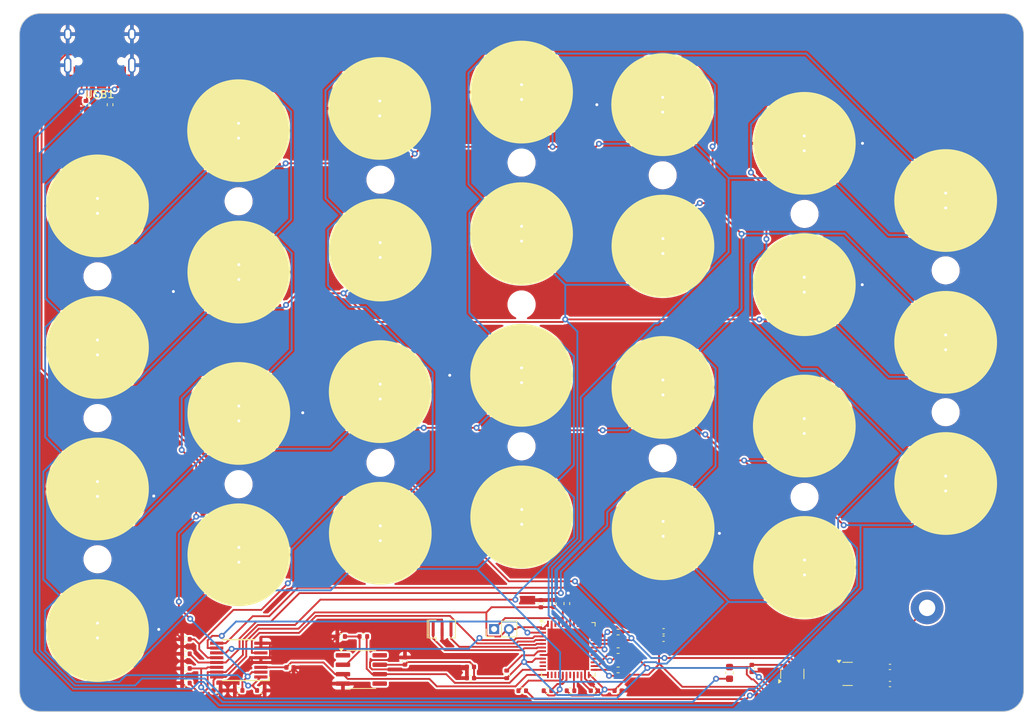
<source format=kicad_pcb>
(kicad_pcb (version 20240108) (generator "pcbnew") (generator_version "8.0")
  (title_block (title "EC23U") (date "2024-03-03") (rev "1.1") (company "LU.SV Solutions") (comment 1 "Cipulot PCB Design") (comment 2 "Cipulot") (comment 3 "CC-BY-NC-SA-4.0"))
  (layers (0 "F.Cu" signal) (31 "B.Cu" signal) (34 "B.Paste" user) (35 "F.Paste" user) (36 "B.SilkS" user "B.Silkscreen") (37 "F.SilkS" user "F.Silkscreen") (38 "B.Mask" user) (39 "F.Mask" user) (44 "Edge.Cuts" user))
  (net 0 "")
  (net 1 "Net-(U1-VCAP1)")
  (net 2 "Net-(U1-PB13)")
  (net 3 "Net-(U1-PB0)")
  (net 4 "Net-(U1-PA10)")
  (net 5 "Net-(U1-PA7)")
  (net 6 "Net-(U1-PB12)")
  (net 7 "Net-(U4-IN-)")
  (net 14 "XTAL1")
  (net 15 "XTAL0")
  (net 16 "VBUS")
  (net 17 "VBAT")
  (net 18 "STROBE_3")
  (net 19 "STROBE_2")
  (net 20 "STROBE_1")
  (net 21 "STROBE_0")
  (net 22 "SENSE_5")
  (net 23 "SENSE_4")
  (net 24 "SENSE_3")
  (net 25 "SENSE_2")
  (net 26 "SENSE_1")
  (net 27 "SENSE_0")
  (net 35 "NRST")
  (net 36 "LED_3V3")
  (net 37 "GNDPWR")
  (net 38 "GND")
  (net 39 "D-")
  (net 40 "D+")
  (net 41 "BOOT1")
  (net 42 "BOOT0")
  (net 43 "APLEX_OUT_PIN")
  (net 44 "APLEX_EN_PIN")
  (net 45 "AMUX_SEL_2")
  (net 46 "AMUX_SEL_1")
  (net 47 "AMUX_SEL_0")
  (net 48 "ADC")
  (net 49 "+5V")
  (net 55 "Num_Lock_Led")
  (net 56 "Net-(USB1-CC1)")
  (net 57 "Net-(USB1-CC2)")
  (footprint "Connector_PinHeader_2.00mm:PinHeader_1x02_P2.00mm_Vertical" (layer "F.Cu") (at 152.7954 109.1158 90)
    (property "Reference" "SW1" (hide yes))
    (property "Value" "BOOT0")
  )
  (footprint "Capacitor_SMD:C_0402_1005Metric" (layer "F.Cu") (at 169.4954 117.4158)
    (property "Reference" "C5" (hide yes))
    (property "Value" "100n")
  )
  (footprint "cipulot_parts:HOLE_M2_RF" (layer "F.Cu") (at 156.4954 46.3158)
    (property "Reference" "H14" (hide yes))
    (property "Value" "Black_Screws" (hide yes))
  )
  (footprint "cipulot_parts:ecs_pad_1U_no_ring_autorouter" (layer "F.Cu") (at 156.5154 94.0158 -90)
    (property "Reference" "SW23")
    (property "Value" "EC_SW" (hide yes))
  )
  (footprint "Crystal:Resonator_SMD_Murata_CSTxExxV-3Pin_3.0x1.1mm" (layer "F.Cu") (at 145.7954 109.1158)
    (property "Reference" "Y1" (hide yes))
    (property "Value" "8 MHz")
  )
  (footprint "cipulot_parts:HOLE_M2_RF" (layer "F.Cu") (at 175.4954 86.1158)
    (property "Reference" "H10" (hide yes))
    (property "Value" "Silver_Screws" (hide yes))
  )
  (footprint "Capacitor_SMD:C_0402_1005Metric" (layer "F.Cu") (at 206.0954 114.2158 180)
    (property "Reference" "C13" (hide yes))
    (property "Value" "100n")
  )
  (footprint "Resistor_SMD:R_0402_1005Metric" (layer "F.Cu") (at 169.4954 114.6158 180)
    (property "Reference" "R5" (hide yes))
    (property "Value" "100")
  )
  (footprint "Capacitor_SMD:C_0402_1005Metric" (layer "F.Cu") (at 149.6154 114.2158 180)
    (property "Reference" "C8" (hide yes))
    (property "Value" "100n")
  )
  (footprint "cipulot_parts:HOLE_M2_RF" (layer "F.Cu") (at 213.5954 79.9158)
    (property "Reference" "H11" (hide yes))
    (property "Value" "Silver_Screws" (hide yes))
  )
  (footprint "Capacitor_SMD:C_0402_1005Metric" (layer "F.Cu") (at 159.0954 105.6958 90)
    (property "Reference" "C4" (hide yes))
    (property "Value" "100n")
  )
  (footprint "cipulot_parts:ecs_pad_1U_no_ring_autorouter" (layer "F.Cu") (at 194.5954 100.8158 -90)
    (property "Reference" "SW25")
    (property "Value" "EC_SW" (hide yes))
  )
  (footprint "cipulot_parts:HOLE_M2_RF" (layer "F.Cu") (at 194.5954 53.2158)
    (property "Reference" "H17" (hide yes))
    (property "Value" "Black_Screws" (hide yes))
  )
  (footprint "cipulot_parts:HOLE_M2_RF" (layer "F.Cu") (at 99.3954 99.7158)
    (property "Reference" "H7" (hide yes))
    (property "Value" "Black_Screws" (hide yes))
  )
  (footprint "Package_DFN_QFN:QFN-48-1EP_7x7mm_P0.5mm_EP5.6x5.6mm" (layer "F.Cu") (at 162.7954 111.8491)
    (property "Reference" "U1" (hide yes))
    (property "Value" "STM32F401CBUx")
  )
  (footprint "Resistor_SMD:R_0402_1005Metric" (layer "F.Cu") (at 111.2954 112.4487 180)
    (property "Reference" "R9" (hide yes))
    (property "Value" "100k")
  )
  (footprint "Capacitor_SMD:C_0402_1005Metric" (layer "F.Cu") (at 140.7954 113.4158 -90)
    (property "Reference" "C12" (hide yes))
    (property "Value" "100n")
  )
  (footprint "Resistor_SMD:R_0402_1005Metric" (layer "F.Cu") (at 132.1954 110.1158 180)
    (property "Reference" "R16" (hide yes))
    (property "Value" "1k")
  )
  (footprint "cipulot_parts:ecs_pad_1U_no_ring_autorouter" (layer "F.Cu") (at 194.5621 43.7158 -90)
    (property "Reference" "SW7")
    (property "Value" "EC_SW" (hide yes))
  )
  (footprint "Capacitor_SMD:C_0402_1005Metric" (layer "F.Cu") (at 115.4954 117.382 180)
    (property "Reference" "C10" (hide yes))
    (property "Value" "100n")
  )
  (footprint "Resistor_SMD:R_0402_1005Metric" (layer "F.Cu") (at 135.1954 110.1158 180)
    (property "Reference" "R15" (hide yes))
    (property "Value" "47k")
  )
  (footprint "cipulot_parts:TSSOP16" (layer "F.Cu") (at 118.4211 113.2927 90)
    (property "Reference" "U3")
    (property "Value" "74HC4051")
  )
  (footprint "cipulot_parts:ecs_pad_1U_no_ring_autorouter" (layer "F.Cu") (at 118.4287 61.0491 -90)
    (property "Reference" "SW9")
    (property "Value" "EC_SW" (hide yes))
  )
  (footprint "cipulot_parts:HOLE_M2_RF" (layer "F.Cu") (at 118.3954 51.5158)
    (property "Reference" "H12" (hide yes))
    (property "Value" "Black_Screws" (hide yes))
  )
  (footprint "Package_SO:SOIC-8_3.9x4.9mm_P1.27mm" (layer "F.Cu") (at 134.9204 114.5541)
    (property "Reference" "U4" (hide yes))
    (property "Value" "OPA350")
  )
  (footprint "cipulot_parts:ecs_pad_1U_no_ring_autorouter" (layer "F.Cu") (at 118.4354 99.1158 -90)
    (property "Reference" "SW21")
    (property "Value" "EC_SW" (hide yes))
  )
  (footprint "cipulot_parts:ecs_pad_1U_no_ring_autorouter" (layer "F.Cu") (at 99.3954 52.1399 -90)
    (property "Reference" "SW2")
    (property "Value" "EC_SW" (hide yes))
  )
  (footprint "cipulot_parts:ecs_pad_1U_no_ring_autorouter" (layer "F.Cu") (at 156.4954 55.8825 -90)
    (property "Reference" "SW11")
    (property "Value" "EC_SW" (hide yes))
  )
  (footprint "cipulot_parts:ecs_pad_1U_no_ring_autorouter" (layer "F.Cu") (at 99.3954 71.1985 -90)
    (property "Reference" "SW8")
    (property "Value" "EC_SW" (hide yes))
  )
  (footprint "cipulot_parts:HOLE_M2_RF" (layer "F.Cu") (at 156.4954 84.5158)
    (property "Reference" "H16" (hide yes))
    (property "Value" "Black_Screws" (hide yes))
  )
  (footprint "cipulot_parts:ecs_pad_1U_no_ring_autorouter" (layer "F.Cu") (at 175.5287 57.5491 -90)
    (property "Reference" "SW12")
    (property "Value" "EC_SW" (hide yes))
  )
  (footprint "Resistor_SMD:R_0402_1005Metric" (layer "F.Cu") (at 111.2954 110.482 180)
    (property "Reference" "R12" (hide yes))
    (property "Value" "100k")
  )
  (footprint "Resistor_SMD:R_0402_1005Metric" (layer "F.Cu") (at 162.5954 105.6858 90)
    (property "Reference" "R7" (hide yes))
    (property "Value" "10k")
  )
  (footprint "Resistor_SMD:R_0402_1005Metric" (layer "F.Cu") (at 101.0954 38.5158 90)
    (property "Reference" "R18" (hide yes))
    (property "Value" "5.1k")
  )
  (footprint "Resistor_SMD:R_0402_1005Metric" (layer "F.Cu") (at 111.2954 114.4154 180)
    (property "Reference" "R10" (hide yes))
    (property "Value" "100k")
  )
  (footprint "cipulot_parts:ecs_pad_1U_no_ring_autorouter" (layer "F.Cu") (at 213.5954 89.5158 -90)
    (property "Reference" "SW27")
    (property "Value" "EC_SW" (hide yes))
  )
  (footprint "cipulot_parts:HRO-TYPE-C-31-M-12-HandSoldering" (layer "F.Cu") (at 99.7054 26.4158 180)
    (property "Reference" "USB1")
    (property "Value" "TYPEC-304YSSW-ACP16-Assembly")
  )
  (footprint "cipulot_parts:HOLE_M2_RF" (layer "F.Cu") (at 137.4954 86.7158)
    (property "Reference" "H9" (hide yes))
    (property "Value" "Silver_Screws" (hide yes))
  )
  (footprint "Resistor_SMD:R_0402_1005Metric" (layer "F.Cu") (at 111.2954 116.382 180)
    (property "Reference" "R11" (hide yes))
    (property "Value" "100k")
  )
  (footprint "cipulot_parts:ecs_pad_1U_no_ring_autorouter" (layer "F.Cu") (at 156.4954 74.9491 -90)
    (property "Reference" "SW17")
    (property "Value" "EC_SW" (hide yes))
  )
  (footprint "cipulot_parts:HOLE_M2_RF" (layer "F.Cu") (at 194.5954 91.3158)
    (property "Reference" "H2" (hide yes))
    (property "Value" "Black_Screws" (hide yes))
  )
  (footprint "Resistor_SMD:R_0402_1005Metric" (layer "F.Cu") (at 156.5854 117.4158 180)
    (property "Reference" "R4" (hide yes))
    (property "Value" "100")
  )
  (footprint "cipulot_parts:ecs_pad_1U_no_ring_autorouter" (layer "F.Cu") (at 175.5554 95.6158 -90)
    (property "Reference" "SW24")
    (property "Value" "EC_SW" (hide yes))
  )
  (footprint "Resistor_SMD:R_0402_1005Metric" (layer "F.Cu") (at 169.4954 112.0158 180)
    (property "Reference" "R1" (hide yes))
    (property "Value" "100")
  )
  (footprint "cipulot_parts:ecs_pad_1U_no_ring_autorouter" (layer "F.Cu") (at 99.3954 109.3158 -90)
    (property "Reference" "SW20")
    (property "Value" "EC_SW" (hide yes))
  )
  (footprint "cipulot_parts:ecs_pad_1U_no_ring_autorouter" (layer "F.Cu") (at 175.4954 38.5158 -90)
    (property "Reference" "SW6")
    (property "Value" "EC_SW" (hide yes))
  )
  (footprint "cipulot_parts:ecs_pad_1U_no_ring_autorouter" (layer "F.Cu") (at 156.4954 36.8158 -90)
    (property "Reference" "SW5")
    (property "Value" "EC_SW" (hide yes))
  )
  (footprint "cipulot_parts:ecs_pad_1U_no_ring_autorouter" (layer "F.Cu") (at 118.3954 42.0158 -90)
    (property "Reference" "SW3")
    (property "Value" "EC_SW" (hide yes))
  )
  (footprint "Capacitor_SMD:C_0402_1005Metric" (layer "F.Cu") (at 166.2954 117.4158)
    (property "Reference" "C1" (hide yes))
    (property "Value" "4.7u")
  )
  (footprint "Capacitor_SMD:C_0402_1005Metric" (layer "F.Cu") (at 149.6154 115.7158 180)
    (property "Reference" "C9" (hide yes))
    (property "Value" "1u")
  )
  (footprint "Package_TO_SOT_SMD:SOT-143" (layer "F.Cu") (at 192.9454 115.1491 90)
    (property "Reference" "D1" (hide yes))
    (property "Value" "PRTR5V0U2X")
  )
  (footprint "Capacitor_SMD:C_0402_1005Metric" (layer "F.Cu") (at 175.6154 110.4158)
    (property "Reference" "C6" (hide yes))
    (property "Value" "100n")
  )
  (footprint "Resistor_SMD:R_0402_1005Metric" (layer "F.Cu") (at 154.4954 115.2158 90)
    (property "Reference" "R6" (hide yes))
    (property "Value" "10k")
  )
  (footprint "cipulot_parts:HOLE_M2_RF" (layer "F.Cu") (at 99.3954 61.6158)
    (property "Reference" "H1" (hide yes))
    (property "Value" "Black_Screws" (hide yes))
  )
  (footprint "cipulot_parts:ecs_pad_1U_no_ring_autorouter" (layer "F.Cu") (at 137.3954 39.0158 -90)
    (property "Reference" "SW4")
    (property "Value" "EC_SW" (hide yes))
  )
  (footprint "cipulot_parts:HOLE_M2_RF" (layer "F.Cu") (at 118.3954 89.6158)
    (property "Reference" "H13" (hide yes))
    (property "Value" "Black_Screws" (hide yes))
  )
  (footprint "MountingHole:MountingHole_2.2mm_M2_Pad" (layer "F.Cu") (at 211.0954 106.2658)
    (property "Reference" "H3" (hide yes))
    (property "Value" "Plate_Shield")
  )
  (footprint "Resistor_SMD:R_0402_1005Metric" (layer "F.Cu") (at 163.0854 117.4158)
    (property "Reference" "R8" (hide yes))
    (property "Value" "10k")
  )
  (footprint "cipulot_parts:HOLE_M2_RF" (layer "F.Cu") (at 175.4954 48.0158)
    (property "Reference" "H5" (hide yes))
    (property "Value" "Black_Screws" (hide yes))
  )
  (footprint "cipulot_parts:ecs_pad_1U_no_ring_autorouter" (layer "F.Cu") (at 175.5287 76.5825 -90)
    (property "Reference" "SW18")
    (property "Value" "EC_SW" (hide yes))
  )
  (footprint "Resistor_SMD:R_0402_1005Metric" (layer "F.Cu") (at 121.3954 117.382)
    (property "Reference" "R13" (hide yes))
    (property "Value" "100k")
  )
  (footprint "Capacitor_SMD:C_0402_1005Metric" (layer "F.Cu") (at 175.6154 109.4158)
    (property "Reference" "C3" (hide yes))
    (property "Value" "1u")
  )
  (footprint "Package_TO_SOT_SMD:SOT-23" (layer "F.Cu") (at 200.3954 115.1491)
    (property "Reference" "U2" (hide yes))
    (property "Value" "XC6206PxxxMR")
  )
  (footprint "cipulot_parts:ecs_pad_1U_no_ring_autorouter" (layer "F.Cu") (at 194.5621 62.7491 -90)
    (property "Reference" "SW13")
    (property "Value" "EC_SW" (hide yes))
  )
  (footprint "cipulot_parts:HOLE_M2_RF" (layer "F.Cu") (at 156.4954 65.4158)
    (property "Reference" "H15" (hide yes))
    (property "Value" "Black_Screws" (hide yes))
  )
  (footprint "Resistor_SMD:R_0402_1005Metric" (layer "F.Cu") (at 169.4954 109.5158)
    (property "Reference" "R3" (hide yes))
    (property "Value" "100k")
  )
  (footprint "cipulot_parts:ecs_pad_1U_no_ring_autorouter" (layer "F.Cu") (at 213.5954 70.5076 -90)
    (property "Reference" "SW28")
    (property "Value" "EC_SW" (hide yes))
  )
  (footprint "cipulot_parts:ecs_pad_1U_no_ring_autorouter" (layer "F.Cu") (at 194.5621 81.7825 -90)
    (property "Reference" "SW19")
    (property "Value" "EC_SW" (hide yes))
  )
  (footprint "cipulot_parts:ecs_pad_1U_no_ring_autorouter" (layer "F.Cu") (at 137.4621 77.1491 -90)
    (property "Reference" "SW16")
    (property "Value" "EC_SW" (hide yes))
  )
  (footprint "Capacitor_SMD:C_0402_1005Metric" (layer "F.Cu") (at 187.4954 114.4158 -90)
    (property "Reference" "C2" (hide yes))
    (property "Value" "1u")
  )
  (footprint "Resistor_SMD:R_0402_1005Metric" (layer "F.Cu") (at 159.9854 117.4158)
    (property "Reference" "R2" (hide yes))
    (property "Value" "100")
  )
  (footprint "Capacitor_SMD:C_0402_1005Metric" (layer "F.Cu") (at 125.3154 114.282)
    (property "Reference" "C11" (hide yes))
    (property "Value" "220p")
  )
  (footprint "Resistor_SMD:R_0402_1005Metric" (layer "F.Cu") (at 97.8454 38.5158 -90)
    (property "Reference" "R19" (hide yes))
    (property "Value" "5.1k")
  )
  (footprint "Capacitor_SMD:C_0402_1005Metric" (layer "F.Cu") (at 160.7954 105.6758 90)
    (property "Reference" "C7" (hide yes))
    (property "Value" "100n")
  )
  (footprint "cipulot_parts:ecs_pad_1U_no_ring_autorouter" (layer "F.Cu") (at 118.4287 80.0825 -90)
    (property "Reference" "SW15")
    (property "Value" "EC_SW" (hide yes))
  )
  (footprint "cipulot_parts:ecs_pad_1U_no_ring_autorouter" (layer "F.Cu") (at 137.4621 58.0825 -90)
    (property "Reference" "SW10")
    (property "Value" "EC_SW" (hide yes))
  )
  (footprint "cipulot_parts:ecs_pad_1U_no_ring_autorouter" (layer "F.Cu") (at 137.4754 96.2158 -90)
    (property "Reference" "SW22")
    (property "Value" "EC_SW" (hide yes))
  )
  (footprint "cipulot_parts:HOLE_M2_RF" (layer "F.Cu") (at 99.3954 80.7158)
    (property "Reference" "H8" (hide yes))
    (property "Value" "Black_Screws" (hide yes))
  )
  (footprint "Capacitor_SMD:C_0402_1005Metric" (layer "F.Cu") (at 206.0954 116.5158 180)
    (property "Reference" "R17" (hide yes))
    (property "Value" "330")
  )
  (footprint "cipulot_parts:HOLE_M2_RF" (layer "F.Cu") (at 137.4954 48.6158)
    (property "Reference" "H4" (hide yes))
    (property "Value" "Black_Screws" (hide yes))
  )
  (footprint "cipulot_parts:HOLE_M2_RF" (layer "F.Cu") (at 213.5954 60.8158)
    (property "Reference" "H6" (hide yes))
    (property "Value" "Black_Screws" (hide yes))
  )
  (footprint "cipulot_parts:ecs_pad_1U_no_ring_autorouter" (layer "F.Cu") (at 99.3954 90.2575 90)
    (property "Reference" "SW14")
    (property "Value" "EC_SW" (hide yes))
  )
  (footprint "Fuse:Fuse_0603_1608Metric" (layer "F.Cu") (at 184.4954 115.0158 -90)
    (property "Reference" "F1" (hide yes))
    (property "Value" "500mA")
  )
  (footprint "cipulot_parts:ecs_pad_1U_no_ring_autorouter" (layer "F.Cu") (at 213.5954 51.4158 -90)
    (property "Reference" "SW26")
    (property "Value" "EC_SW" (hide yes))
  )
  (footprint "Resistor_SMD:R_0402_1005Metric" (layer "F.Cu") (at 118.3954 117.382 180)
    (property "Reference" "R14" (hide yes))
    (property "Value" "100k")
  )
  (gr_line (start 224.0954 29.0158) (end 224.0954 117.4158) (stroke (width 0.1)) (layer "Edge.Cuts"))
  (gr_line (start 91.6954 26.2158) (end 221.2954 26.2158) (stroke (width 0.1)) (layer "Edge.Cuts"))
  (gr_line (start 88.8954 117.4158) (end 88.8954 29.0158) (stroke (width 0.1)) (layer "Edge.Cuts"))
  (gr_line (start 221.2954 120.2158) (end 91.6954 120.2158) (stroke (width 0.1)) (layer "Edge.Cuts"))
  (gr_arc (start 221.2954 26.2158) (mid 223.275299 27.035901) (end 224.0954 29.0158) (stroke (width 0.1)) (layer "Edge.Cuts"))
  (gr_arc (start 224.0954 117.4158) (mid 223.275299 119.395699) (end 221.2954 120.2158) (stroke (width 0.1)) (layer "Edge.Cuts"))
  (gr_arc (start 88.8954 29.0158) (mid 89.715501 27.035901) (end 91.6954 26.2158) (stroke (width 0.1)) (layer "Edge.Cuts"))
  (gr_arc (start 91.6954 120.2158) (mid 89.715501 119.395699) (end 88.8954 117.4158) (stroke (width 0.1)) (layer "Edge.Cuts"))
  (segment (start 164.5454 116.1458) (end 165.8154 117.4158) (width 0.25) (layer "F.Cu") (net 1))
  (segment (start 164.5454 115.2866) (end 164.5454 116.1458) (width 0.25) (layer "F.Cu") (net 1))
  (segment (start 167.1423 113.5254) (end 167.1423 113.7113) (width 0.25) (layer "F.Cu") (net 2))
  (segment (start 168.6519 112.0158) (end 167.1423 113.5254) (width 0.25) (layer "F.Cu") (net 2))
  (segment (start 167.1423 113.7113) (end 166.7545 114.0991) (width 0.25) (layer "F.Cu") (net 2))
  (segment (start 166.7545 114.0991) (end 166.2329 114.0991) (width 0.25) (layer "F.Cu") (net 2))
  (segment (start 168.9854 112.0158) (end 168.6519 112.0158) (width 0.25) (layer "F.Cu") (net 2))
  (segment (start 161.3225 116.5047) (end 160.4954 117.3318) (width 0.25) (layer "F.Cu") (net 3))
  (segment (start 160.4954 117.3318) (end 160.4954 117.4158) (width 0.25) (layer "F.Cu") (net 3))
  (segment (start 162.0039 116.5047) (end 161.3225 116.5047) (width 0.25) (layer "F.Cu") (net 3))
  (segment (start 162.5454 115.9632) (end 162.0039 116.5047) (width 0.25) (layer "F.Cu") (net 3))
  (segment (start 162.5454 115.2866) (end 162.5454 115.9632) (width 0.25) (layer "F.Cu") (net 3))
  (segment (start 166.2329 111.5991) (end 167.4225 111.5991) (width 0.25) (layer "F.Cu") (net 4))
  (segment (start 167.4225 111.5991) (end 167.6747 111.8513) (width 0.25) (layer "F.Cu") (net 4))
  (segment (start 168.9854 109.5158) (end 168.0526 109.5158) (width 0.25) (layer "F.Cu") (net 4))
  (via (at 168.0526 109.5158) (size 0.8) (drill 0.4) (layers "F.Cu" "B.Cu") (net 4))
  (via (at 167.6747 111.8513) (size 0.8) (drill 0.4) (layers "F.Cu" "B.Cu") (net 4))
  (segment (start 167.6747 109.8937) (end 167.6747 111.8513) (width 0.25) (layer "B.Cu") (net 4))
  (segment (start 168.0526 109.5158) (end 167.6747 109.8937) (width 0.25) (layer "B.Cu") (net 4))
  (segment (start 162.0454 115.2866) (end 162.0454 115.822) (width 0.25) (layer "F.Cu") (net 5))
  (segment (start 157.4382 116.053) (end 156.0754 117.4158) (width 0.25) (layer "F.Cu") (net 5))
  (segment (start 161.8144 116.053) (end 157.4382 116.053) (width 0.25) (layer "F.Cu") (net 5))
  (segment (start 162.0454 115.822) (end 161.8144 116.053) (width 0.25) (layer "F.Cu") (net 5))
  (segment (start 166.2329 114.5991) (end 168.9687 114.5991) (width 0.25) (layer "F.Cu") (net 6))
  (segment (start 168.9687 114.5991) (end 168.9854 114.6158) (width 0.25) (layer "F.Cu") (net 6))
  (segment (start 132.4454 113.9191) (end 132.8519 113.9191) (width 0.25) (layer "F.Cu") (net 7))
  (segment (start 132.8519 113.9191) (end 134.6854 112.0856) (width 0.25) (layer "F.Cu") (net 7))
  (segment (start 134.6854 110.1158) (end 132.7054 110.1158) (width 0.25) (layer "F.Cu") (net 7))
  (segment (start 134.6854 112.0856) (end 134.6854 110.1158) (width 0.25) (layer "F.Cu") (net 7))
  (segment (start 144.5954 109.1158) (end 144.5954 110.3925) (width 0.25) (layer "F.Cu") (net 14))
  (segment (start 146.1601 111.9572) (end 144.5954 110.3925) (width 0.25) (layer "F.Cu") (net 14))
  (segment (start 158.5544 111.697) (end 156.8675 111.697) (width 0.25) (layer "F.Cu") (net 14))
  (segment (start 156.6073 111.9572) (end 146.1601 111.9572) (width 0.25) (layer "F.Cu") (net 14))
  (segment (start 156.8675 111.697) (end 156.6073 111.9572) (width 0.25) (layer "F.Cu") (net 14))
  (segment (start 158.6523 111.5991) (end 158.5544 111.697) (width 0.25) (layer "F.Cu") (net 14))
  (segment (start 159.3579 111.5991) (end 158.6523 111.5991) (width 0.25) (layer "F.Cu") (net 14))
  (segment (start 158.5135 111.0991) (end 158.3673 111.2453) (width 0.25) (layer "F.Cu") (net 15))
  (segment (start 148.1055 111.5026) (end 146.9954 110.3925) (width 0.25) (layer "F.Cu") (net 15))
  (segment (start 156.2847 111.2453) (end 156.0274 111.5026) (width 0.25) (layer "F.Cu") (net 15))
  (segment (start 158.3673 111.2453) (end 156.2847 111.2453) (width 0.25) (layer "F.Cu") (net 15))
  (segment (start 146.9954 109.1158) (end 146.9954 110.3925) (width 0.25) (layer "F.Cu") (net 15))
  (segment (start 156.0274 111.5026) (end 148.1055 111.5026) (width 0.25) (layer "F.Cu") (net 15))
  (segment (start 159.3579 111.0991) (end 158.5135 111.0991) (width 0.25) (layer "F.Cu") (net 15))
  (segment (start 184.4954 115.8033) (end 182.6823 115.8033) (width 0.25) (layer "F.Cu") (net 16))
  (segment (start 97.2554 34.6108) (end 97.2554 36.7498) (width 0.25) (layer "F.Cu") (net 16))
  (segment (start 102.1554 34.6108) (end 102.1554 36.1625) (width 0.25) (layer "F.Cu") (net 16))
  (segment (start 97.2554 36.7498) (end 97.2532 36.752) (width 0.25) (layer "F.Cu") (net 16))
  (segment (start 102.1554 36.1625) (end 101.9844 36.1625) (width 0.25) (layer "F.Cu") (net 16))
  (segment (start 101.9844 36.1625) (end 101.6923 36.4546) (width 0.25) (layer "F.Cu") (net 16))
  (via (at 97.2532 36.752) (size 0.8) (drill 0.4) (layers "F.Cu" "B.Cu") (net 16))
  (via (at 101.6923 36.4546) (size 0.8) (drill 0.4) (layers "F.Cu" "B.Cu") (net 16))
  (via (at 182.6823 115.8033) (size 0.8) (drill 0.4) (layers "F.Cu" "B.Cu") (net 16))
  (segment (start 114.083 116.6535) (end 113.6573 116.2278) (width 0.25) (layer "B.Cu") (net 16))
  (segment (start 113.0554 116.2278) (end 112.1296 117.1536) (width 0.25) (layer "B.Cu") (net 16))
  (segment (start 91.0954 112.0991) (end 91.0954 42.9098) (width 0.25) (layer "B.Cu") (net 16))
  (segment (start 182.6823 115.8033) (end 179.546 118.9396) (width 0.25) (layer "B.Cu") (net 16))
  (segment (start 91.0954 42.9098) (end 97.2532 36.752) (width 0.25) (layer "B.Cu") (net 16))
  (segment (start 116.2357 118.9396) (end 114.083 116.7869) (width 0.25) (layer "B.Cu") (net 16))
  (segment (start 114.083 116.7869) (end 114.083 116.6535) (width 0.25) (layer "B.Cu") (net 16))
  (segment (start 97.2532 36.752) (end 97.5506 36.4546) (width 0.25) (layer "B.Cu") (net 16))
  (segment (start 96.1499 117.1536) (end 91.0954 112.0991) (width 0.25) (layer "B.Cu") (net 16))
  (segment (start 112.1296 117.1536) (end 96.1499 117.1536) (width 0.25) (layer "B.Cu") (net 16))
  (segment (start 97.5506 36.4546) (end 101.6923 36.4546) (width 0.25) (layer "B.Cu") (net 16))
  (segment (start 113.6573 116.2278) (end 113.0554 116.2278) (width 0.25) (layer "B.Cu") (net 16))
  (segment (start 179.546 118.9396) (end 116.2357 118.9396) (width 0.25) (layer "B.Cu") (net 16))
  (segment (start 128.6469 106.8728) (end 126.4527 109.067) (width 0.25) (layer "F.Cu") (net 17))
  (segment (start 157.9182 113.5455) (end 158.3646 113.0991) (width 0.25) (layer "F.Cu") (net 17))
  (segment (start 154.7954 109.1158) (end 154.6074 109.1158) (width 0.25) (layer "F.Cu") (net 17))
  (segment (start 115.4468 115.566) (end 116.6625 115.566) (width 0.25) (layer "F.Cu") (net 17))
  (segment (start 137.3954 113.9191) (end 140.7721 113.9191) (width 0.25) (layer "F.Cu") (net 17))
  (segment (start 160.0454 108.4116) (end 159.3579 109.0991) (width 0.25) (layer "F.Cu") (net 17))
  (segment (start 151.7563 109.9202) (end 151.7563 106.8728) (width 0.25) (layer "F.Cu") (net 17))
  (segment (start 159.126 108.8672) (end 156.0457 108.8672) (width 0.25) (layer "F.Cu") (net 17))
  (segment (start 156.8388 113.5455) (end 157.9182 113.5455) (width 0.25) (layer "F.Cu") (net 17))
  (segment (start 153.6058 110.1175) (end 151.9536 110.1175) (width 0.25) (layer "F.Cu") (net 17))
  (segment (start 188.0505 116.8857) (end 178.1463 116.8857) (width 0.25) (layer "F.Cu") (net 17))
  (segment (start 199.4579 116.0991) (end 197.8198 117.7372) (width 0.25) (layer "F.Cu") (net 17))
  (segment (start 141.1374 113.5538) (end 149.5163 113.5538) (width 0.25) (layer "F.Cu") (net 17))
  (segment (start 169.275 108.7854) (end 166.5466 108.7854) (width 0.25) (layer "F.Cu") (net 17))
  (segment (start 169.0154 117.3293) (end 169.0154 117.4158) (width 0.25) (layer "F.Cu") (net 17))
  (segment (start 119.4277 112.8008) (end 116.6625 115.566) (width 0.25) (layer "F.Cu") (net 17))
  (segment (start 178.1463 116.8857) (end 175.0576 113.797) (width 0.25) (layer "F.Cu") (net 17))
  (segment (start 170.0054 109.5158) (end 169.275 108.7854) (width 0.25) (layer "F.Cu") (net 17))
  (segment (start 150.0954 115.7158) (end 154.4854 115.7158) (width 0.25) (layer "F.Cu") (net 17))
  (segment (start 154.4954 115.7258) (end 156.6757 113.5455) (width 0.25) (layer "F.Cu") (net 17))
  (segment (start 159.3579 109.0991) (end 159.126 108.8672) (width 0.25) (layer "F.Cu") (net 17))
  (segment (start 160.7954 106.1558) (end 159.1154 106.1558) (width 0.25) (layer "F.Cu") (net 17))
  (segment (start 165.5454 115.2866) (end 165.7104 115.2866) (width 0.25) (layer "F.Cu") (net 17))
  (segment (start 154.6074 109.1158) (end 154.6074 109.1159) (width 0.25) (layer "F.Cu") (net 17))
  (segment (start 154.7954 109.1158) (end 155.7971 109.1158) (width 0.25) (layer "F.Cu") (net 17))
  (segment (start 121.1189 109.067) (end 119.4277 110.7582) (width 0.25) (layer "F.Cu") (net 17))
  (segment (start 150.0954 114.1329) (end 150.0954 114.2158) (width 0.25) (layer "F.Cu") (net 17))
  (segment (start 175.1354 109.4158) (end 175.1354 109.5158) (width 0.25) (layer "F.Cu") (net 17))
  (segment (start 149.5163 113.5538) (end 150.0954 114.1329) (width 0.25) (layer "F.Cu") (net 17))
  (segment (start 115.4468 115.566) (end 115.0154 115.9974) (width 0.25) (layer "F.Cu") (net 17))
  (segment (start 158.3646 113.0991) (end 159.3579 113.0991) (width 0.25) (layer "F.Cu") (net 17))
  (segment (start 119.4277 110.7582) (end 119.4277 112.8008) (width 0.25) (layer "F.Cu") (net 17))
  (segment (start 197.8198 117.7372) (end 188.902 117.7372) (width 0.25) (layer "F.Cu") (net 17))
  (segment (start 168.9444 117.2583) (end 169.0154 117.3293) (width 0.25) (layer "F.Cu") (net 17))
  (segment (start 140.7954 113.8958) (end 141.1374 113.5538) (width 0.25) (layer "F.Cu") (net 17))
  (segment (start 159.1154 106.1558) (end 159.0954 106.1758) (width 0.25) (layer "F.Cu") (net 17))
  (segment (start 175.1354 109.5158) (end 170.0054 109.5158) (width 0.25) (layer "F.Cu") (net 17))
  (segment (start 154.6074 109.1159) (end 153.6058 110.1175) (width 0.25) (layer "F.Cu") (net 17))
  (segment (start 165.7104 115.2866) (end 167.6821 117.2583) (width 0.25) (layer "F.Cu") (net 17))
  (segment (start 188.902 117.7372) (end 188.0505 116.8857) (width 0.25) (layer "F.Cu") (net 17))
  (segment (start 154.4854 115.7158) (end 154.4954 115.7258) (width 0.25) (layer "F.Cu") (net 17))
  (segment (start 175.1354 110.4158) (end 175.0051 110.5461) (width 0.25) (layer "F.Cu") (net 17))
  (segment (start 175.1354 109.5158) (end 175.1354 110.4158) (width 0.25) (layer "F.Cu") (net 17))
  (segment (start 156.0457 108.8672) (end 155.7971 109.1158) (width 0.25) (layer "F.Cu") (net 17))
  (segment (start 175.0576 113.797) (end 173.5931 115.2615) (width 0.25) (layer "F.Cu") (net 17))
  (segment (start 152.4533 106.1758) (end 159.0954 106.1758) (width 0.25) (layer "F.Cu") (net 17))
  (segment (start 140.7721 113.9191) (end 140.7954 113.8958) (width 0.25) (layer "F.Cu") (net 17))
  (segment (start 151.7563 106.8728) (end 152.4533 106.1758) (width 0.25) (layer "F.Cu") (net 17))
  (segment (start 175.0051 113.7445) (end 175.0576 113.797) (width 0.25) (layer "F.Cu") (net 17))
  (segment (start 150.0954 115.7158) (end 150.0954 114.2158) (width 0.25) (layer "F.Cu") (net 17))
  (segment (start 115.0154 115.9974) (end 115.0154 117.382) (width 0.25) (layer "F.Cu") (net 17))
  (segment (start 156.6757 113.5455) (end 156.8388 113.5455) (width 0.25) (layer "F.Cu") (net 17))
  (segment (start 151.9536 110.1175) (end 151.7563 109.9202) (width 0.25) (layer "F.Cu") (net 17))
  (segment (start 151.7563 106.8728) (end 128.6469 106.8728) (width 0.25) (layer "F.Cu") (net 17))
  (segment (start 173.5931 115.2615) (end 171.0832 115.2615) (width 0.25) (layer "F.Cu") (net 17))
  (segment (start 175.0051 110.5461) (end 175.0051 113.7445) (width 0.25) (layer "F.Cu") (net 17))
  (segment (start 126.4527 109.067) (end 121.1189 109.067) (width 0.25) (layer "F.Cu") (net 17))
  (segment (start 167.6821 117.2583) (end 168.9444 117.2583) (width 0.25) (layer "F.Cu") (net 17))
  (segment (start 171.0832 115.2615) (end 169.0154 117.3293) (width 0.25) (layer "F.Cu") (net 17))
  (segment (start 166.5466 108.7854) (end 166.2329 109.0991) (width 0.25) (layer "F.Cu") (net 17))
  (via (at 156.8388 113.5455) (size 0.8) (drill 0.4) (layers "F.Cu" "B.Cu") (net 17))
  (via (at 167.6821 117.2583) (size 0.8) (drill 0.4) (layers "F.Cu" "B.Cu") (net 17))
  (segment (start 154.7954 109.1158) (end 154.7954 110.1175) (width 0.25) (layer "B.Cu") (net 17))
  (segment (start 156.8388 113.5455) (end 156.8388 112.1609) (width 0.25) (layer "B.Cu") (net 17))
  (segment (start 156.8388 112.1609) (end 154.7954 110.1175) (width 0.25) (layer "B.Cu") (net 17))
  (segment (start 166.9456 117.9948) (end 161.2881 117.9948) (width 0.25) (layer "B.Cu") (net 17))
  (segment (start 161.2881 117.9948) (end 156.8388 113.5455) (width 0.25) (layer "B.Cu") (net 17))
  (segment (start 167.6821 117.2583) (end 166.9456 117.9948) (width 0.25) (layer "B.Cu") (net 17))
  (segment (start 160.9072 118.063) (end 161.625 117.3452) (width 0.25) (layer "F.Cu") (net 18))
  (segment (start 159.4754 117.4158) (end 160.1226 118.063) (width 0.25) (layer "F.Cu") (net 18))
  (segment (start 160.1226 118.063) (end 160.9072 118.063) (width 0.25) (layer "F.Cu") (net 18))
  (segment (start 161.625 117.3452) (end 161.625 117.2314) (width 0.25) (layer "F.Cu") (net 18))
  (via (at 161.625 117.2314) (size 0.8) (drill 0.4) (layers "F.Cu" "B.Cu") (net 18))
  (segment (start 173.0599 113.5762) (end 170.4196 116.2165) (width 0.25) (layer "B.Cu") (net 18))
  (segment (start 184.3706 105.431) (end 176.0317 113.7699) (width 0.25) (layer "B.Cu") (net 18))
  (segment (start 174.6226 113.5762) (end 173.0599 113.5762) (width 0.25) (layer "B.Cu") (net 18))
  (segment (start 190.9397 105.4715) (end 194.5954 101.8158) (width 0.25) (layer "B.Cu") (net 18))
  (segment (start 161.6811 116.2165) (end 161.6811 117.1753) (width 0.25) (layer "B.Cu") (net 18))
  (segment (start 137.4754 97.2158) (end 130.795 103.8962) (width 0.25) (layer "B.Cu") (net 18))
  (segment (start 130.795 103.8962) (end 122.2158 103.8962) (width 0.25) (layer "B.Cu") (net 18))
  (segment (start 137.4754 97.2158) (end 141.2682 101.0086) (width 0.25) (layer "B.Cu") (net 18))
  (segment (start 122.2158 103.8962) (end 118.4354 100.1158) (width 0.25) (layer "B.Cu") (net 18))
  (segment (start 118.4354 100.1158) (end 104.4318 114.1194) (width 0.25) (layer "B.Cu") (net 18))
  (segment (start 161.6811 117.1753) (end 161.625 117.2314) (width 0.25) (layer "B.Cu") (net 18))
  (segment (start 184.3706 105.431) (end 184.4111 105.4715) (width 0.25) (layer "B.Cu") (net 18))
  (segment (start 156.5154 95.1713) (end 156.5154 95.0158) (width 0.25) (layer "B.Cu") (net 18))
  (segment (start 184.4111 105.4715) (end 190.9397 105.4715) (width 0.25) (layer "B.Cu") (net 18))
  (segment (start 103.199 114.1194) (end 99.3954 110.3158) (width 0.25) (layer "B.Cu") (net 18))
  (segment (start 174.8163 113.7699) (end 174.6226 113.5762) (width 0.25) (layer "B.Cu") (net 18))
  (segment (start 175.5554 96.6158) (end 184.3706 105.431) (width 0.25) (layer "B.Cu") (net 18))
  (segment (start 170.4196 116.2165) (end 161.6811 116.2165) (width 0.25) (layer "B.Cu") (net 18))
  (segment (start 150.6781 101.201) (end 161.6811 112.204) (width 0.25) (layer "B.Cu") (net 18))
  (segment (start 150.6781 101.0086) (end 156.5154 95.1713) (width 0.25) (layer "B.Cu") (net 18))
  (segment (start 150.6781 101.0086) (end 150.6781 101.201) (width 0.25) (layer "B.Cu") (net 18))
  (segment (start 104.4318 114.1194) (end 103.199 114.1194) (width 0.25) (layer "B.Cu") (net 18))
  (segment (start 141.2682 101.0086) (end 150.6781 101.0086) (width 0.25) (layer "B.Cu") (net 18))
  (segment (start 176.0317 113.7699) (end 174.8163 113.7699) (width 0.25) (layer "B.Cu") (net 18))
  (segment (start 161.6811 112.204) (end 161.6811 116.2165) (width 0.25) (layer "B.Cu") (net 18))
  (segment (start 150.7582 82.3453) (end 167.4154 82.3453) (width 0.25) (layer "F.Cu") (net 19))
  (segment (start 184.7373 86.4121) (end 186.4577 86.4121) (width 0.25) (layer "F.Cu") (net 19))
  (segment (start 143.3229 82.0158) (end 150.4287 82.0158) (width 0.25) (layer "F.Cu") (net 19))
  (segment (start 186.753 118.549) (end 187.2379 118.0641) (width 0.25) (layer "F.Cu") (net 19))
  (segment (start 181.2337 82.9085) (end 184.7373 86.4121) (width 0.25) (layer "F.Cu") (net 19))
  (segment (start 193.4341 93.3885) (end 198.1253 93.3885) (width 0.25) (layer "F.Cu") (net 19))
  (segment (start 198.1253 93.3885) (end 199.8637 95.1269) (width 0.25) (layer "F.Cu") (net 19))
  (segment (start 150.4287 82.0158) (end 150.7582 82.3453) (width 0.25) (layer "F.Cu") (net 19))
  (segment (start 186.4577 86.4121) (end 193.4341 93.3885) (width 0.25) (layer "F.Cu") (net 19))
  (segment (start 158.2286 118.549) (end 186.753 118.549) (width 0.25) (layer "F.Cu") (net 19))
  (segment (start 157.0954 117.4158) (end 158.2286 118.549) (width 0.25) (layer "F.Cu") (net 19))
  (via (at 150.4287 82.0158) (size 0.8) (drill 0.4) (layers "F.Cu" "B.Cu") (net 19))
  (via (at 167.4154 82.3453) (size 0.8) (drill 0.4) (layers "F.Cu" "B.Cu") (net 19))
  (via (at 186.4577 86.4121) (size 0.8) (drill 0.4) (layers "F.Cu" "B.Cu") (net 19))
  (via (at 181.2337 82.9085) (size 0.8) (drill 0.4) (layers "F.Cu" "B.Cu") (net 19))
  (via (at 199.8637 95.1269) (size 0.8) (drill 0.4) (layers "F.Cu" "B.Cu") (net 19))
  (via (at 187.2379 118.0641) (size 0.8) (drill 0.4) (layers "F.Cu" "B.Cu") (net 19))
  (via (at 143.3229 82.0158) (size 0.8) (drill 0.4) (layers "F.Cu" "B.Cu") (net 19))
  (segment (start 202.1287 95.1269) (end 202.1287 103.5633) (width 0.25) (layer "B.Cu") (net 19))
  (segment (start 175.5287 77.5825) (end 180.8547 82.9085) (width 0.25) (layer "B.Cu") (net 19))
  (segment (start 190.8665 86.4781) (end 186.5237 86.4781) (width 0.25) (layer "B.Cu") (net 19))
  (segment (start 170.7659 82.3453) (end 167.4154 82.3453) (width 0.25) (layer "B.Cu") (net 19))
  (segment (start 99.3954 91.2575) (end 103.0434 94.9055) (width 0.25) (layer "B.Cu") (net 19))
  (segment (start 202.1287 103.5633) (end 187.6279 118.0641) (width 0.25) (layer "B.Cu") (net 19))
  (segment (start 194.5621 82.7825) (end 190.8665 86.4781) (width 0.25) (layer "B.Cu") (net 19))
  (segment (start 187.6279 118.0641) (end 187.2379 118.0641) (width 0.25) (layer "B.Cu") (net 19))
  (segment (start 122.2021 84.8559) (end 118.4287 81.0825) (width 0.25) (layer "B.Cu") (net 19))
  (segment (start 199.8637 95.1269) (end 202.1287 95.1269) (width 0.25) (layer "B.Cu") (net 19))
  (segment (start 202.1287 95.1269) (end 208.9843 95.1269) (width 0.25) (layer "B.Cu") (net 19))
  (segment (start 103.0434 94.9055) (end 104.6057 94.9055) (width 0.25) (layer "B.Cu") (net 19))
  (segment (start 104.6057 94.9055) (end 118.4287 81.0825) (width 0.25) (layer "B.Cu") (net 19))
  (segment (start 180.8547 82.9085) (end 181.2337 82.9085) (width 0.25) (layer "B.Cu") (net 19))
  (segment (start 156.4954 75.9491) (end 150.4287 82.0158) (width 0.25) (layer "B.Cu") (net 19))
  (segment (start 175.5287 77.5825) (end 170.7659 82.3453) (width 0.25) (layer "B.Cu") (net 19))
  (segment (start 137.4621 78.1491) (end 141.3288 82.0158) (width 0.25) (layer "B.Cu") (net 19))
  (segment (start 130.7553 84.8559) (end 122.2021 84.8559) (width 0.25) (layer "B.Cu") (net 19))
  (segment (start 186.5237 86.4781) (end 186.4577 86.4121) (width 0.25) (layer "B.Cu") (net 19))
  (segment (start 208.9843 95.1269) (end 213.5954 90.5158) (width 0.25) (layer "B.Cu") (net 19))
  (segment (start 137.4621 78.1491) (end 130.7553 84.8559) (width 0.25) (layer "B.Cu") (net 19))
  (segment (start 141.3288 82.0158) (end 143.3229 82.0158) (width 0.25) (layer "B.Cu") (net 19))
  (segment (start 162.3775 67.4219) (end 162.0336 67.7658) (width 0.25) (layer "F.Cu") (net 20))
  (segment (start 132.5178 63.9078) (end 126.3557 63.9078) (width 0.25) (layer "F.Cu") (net 20))
  (segment (start 170.0054 114.6158) (end 169.2134 115.4078) (width 0.25) (layer "F.Cu") (net 20))
  (segment (start 136.3758 67.7658) (end 132.5178 63.9078) (width 0.25) (layer "F.Cu") (net 20))
  (segment (start 169.2134 115.4078) (end 168.2709 115.4078) (width 0.25) (layer "F.Cu") (net 20))
  (segment (start 188.5082 67.4219) (end 162.3775 67.4219) (width 0.25) (layer "F.Cu") (net 20))
  (segment (start 126.3557 63.9078) (end 124.7835 65.48) (width 0.25) (layer "F.Cu") (net 20))
  (segment (start 162.0336 67.7658) (end 136.3758 67.7658) (width 0.25) (layer "F.Cu") (net 20))
  (via (at 132.5178 63.9078) (size 0.8) (drill 0.4) (layers "F.Cu" "B.Cu") (net 20))
  (via (at 124.7835 65.48) (size 0.8) (drill 0.4) (layers "F.Cu" "B.Cu") (net 20))
  (via (at 162.3775 67.4219) (size 0.8) (drill 0.4) (layers "F.Cu" "B.Cu") (net 20))
  (via (at 168.2709 115.4078) (size 0.8) (drill 0.4) (layers "F.Cu" "B.Cu") (net 20))
  (via (at 188.5082 67.4219) (size 0.8) (drill 0.4) (layers "F.Cu" "B.Cu") (net 20))
  (segment (start 122.2406 65.861) (end 124.4025 65.861) (width 0.25) (layer "B.Cu") (net 20))
  (segment (start 132.5178 63.9078) (end 132.6368 63.9078) (width 0.25) (layer "B.Cu") (net 20))
  (segment (start 164.0072 96.9256) (end 160.1422 100.7906) (width 0.25) (layer "B.Cu") (net 20))
  (segment (start 205.9695 75.1565) (end 194.5621 63.7491) (width 0.25) (layer "B.Cu") (net 20))
  (segment (start 209.9465 75.1565) (end 205.9695 75.1565) (width 0.25) (layer "B.Cu") (net 20))
  (segment (start 99.3954 72.1985) (end 103.1701 75.9732) (width 0.25) (layer "B.Cu") (net 20))
  (segment (start 162.3775 67.4219) (end 162.3775 62.7646) (width 0.25) (layer "B.Cu") (net 20))
  (segment (start 132.6368 63.9078) (end 137.4621 59.0825) (width 0.25) (layer "B.Cu") (net 20))
  (segment (start 190.8893 67.4219) (end 188.5082 67.4219) (width 0.25) (layer "B.Cu") (net 20))
  (segment (start 104.5046 75.9732) (end 118.4287 62.0491) (width 0.25) (layer "B.Cu") (net 20))
  (segment (start 162.3775 67.4219) (end 164.0072 69.0516) (width 0.25) (layer "B.Cu") (net 20))
  (segment (start 118.4287 62.0491) (end 122.2406 65.861) (width 0.25) (layer "B.Cu") (net 20))
  (segment (start 164.0072 69.0516) (end 164.0072 96.9256) (width 0.25) (layer "B.Cu") (net 20))
  (segment (start 160.1422 100.7906) (end 160.1422 107.2791) (width 0.25) (layer "B.Cu") (net 20))
  (segment (start 162.3775 62.7646) (end 156.4954 56.8825) (width 0.25) (layer "B.Cu") (net 20))
  (segment (start 171.3132 62.7646) (end 162.3775 62.7646) (width 0.25) (layer "B.Cu") (net 20))
  (segment (start 213.5954 71.5076) (end 209.9465 75.1565) (width 0.25) (layer "B.Cu") (net 20))
  (segment (start 103.1701 75.9732) (end 104.5046 75.9732) (width 0.25) (layer "B.Cu") (net 20))
  (segment (start 124.4025 65.861) (end 124.7835 65.48) (width 0.25) (layer "B.Cu") (net 20))
  (segment (start 160.1422 107.2791) (end 168.2709 115.4078) (width 0.25) (layer "B.Cu") (net 20))
  (segment (start 175.5287 58.5491) (end 171.3132 62.7646) (width 0.25) (layer "B.Cu") (net 20))
  (segment (start 194.5621 63.7491) (end 190.8893 67.4219) (width 0.25) (layer "B.Cu") (net 20))
  (segment (start 170.0054 112.0158) (end 168.6407 113.3805) (width 0.25) (layer "F.Cu") (net 21))
  (segment (start 140.8183 46.4101) (end 142.1131 45.1153) (width 0.25) (layer "F.Cu") (net 21))
  (segment (start 143.0437 44.1847) (end 142.1131 45.1153) (width 0.25) (layer "F.Cu") (net 21))
  (segment (start 168.6407 113.3805) (end 168.3666 113.3805) (width 0.25) (layer "F.Cu") (net 21))
  (segment (start 166.9126 43.7765) (end 166.5044 44.1847) (width 0.25) (layer "F.Cu") (net 21))
  (segment (start 124.73 46.4101) (end 140.8183 46.4101) (width 0.25) (layer "F.Cu") (net 21))
  (segment (start 160.6695 44.1847) (end 143.0437 44.1847) (width 0.25) (layer "F.Cu") (net 21))
  (segment (start 166.5044 44.1847) (end 160.6695 44.1847) (width 0.25) (layer "F.Cu") (net 21))
  (via (at 166.9126 43.7765) (size 0.8) (drill 0.4) (layers "F.Cu" "B.Cu") (net 21))
  (via (at 168.3666 113.3805) (size 0.8) (drill 0.4) (layers "F.Cu" "B.Cu") (net 21))
  (via (at 124.73 46.4101) (size 0.8) (drill 0.4) (layers "F.Cu" "B.Cu") (net 21))
  (via (at 142.1131 45.1153) (size 0.8) (drill 0.4) (layers "F.Cu" "B.Cu") (net 21))
  (via (at 160.6695 44.1847) (size 0.8) (drill 0.4) (layers "F.Cu" "B.Cu") (net 21))
  (segment (start 164.4589 77.8855) (end 164.4589 97.1127) (width 0.25) (layer "B.Cu") (net 21))
  (segment (start 160.5939 105.8271) (end 168.1473 113.3805) (width 0.25) (layer "B.Cu") (net 21))
  (segment (start 184.3709 58.3751) (end 174.7966 67.9494) (width 0.25) (layer "B.Cu") (net 21))
  (segment (start 124.3264 46.8137) (end 124.73 46.4101) (width 0.25) (layer "B.Cu") (net 21))
  (segment (start 118.3954 43.0158) (end 122.1933 46.8137) (width 0.25) (layer "B.Cu") (net 21))
  (segment (start 190.8866 48.3913) (end 184.3709 48.3913) (width 0.25) (layer "B.Cu") (net 21))
  (segment (start 118.3954 43.0158) (end 104.495 56.9162) (width 0.25) (layer "B.Cu") (net 21))
  (segment (start 171.2347 43.7765) (end 175.4954 39.5158) (width 0.25) (layer "B.Cu") (net 21))
  (segment (start 122.1933 46.8137) (end 124.3264 46.8137) (width 0.25) (layer "B.Cu") (net 21))
  (segment (start 104.495 56.9162) (end 103.1717 56.9162) (width 0.25) (layer "B.Cu") (net 21))
  (segment (start 194.5621 44.7158) (end 205.9138 56.0675) (width 0.25) (layer "B.Cu") (net 21))
  (segment (start 205.9138 56.0675) (end 209.9437 56.0675) (width 0.25) (layer "B.Cu") (net 21))
  (segment (start 164.4589 97.1127) (end 160.5939 100.9777) (width 0.25) (layer "B.Cu") (net 21))
  (segment (start 137.3954 40.0158) (end 137.3954 40.3976) (width 0.25) (layer "B.Cu") (net 21))
  (segment (start 184.3709 48.3913) (end 175.4954 39.5158) (width 0.25) (layer "B.Cu") (net 21))
  (segment (start 160.5939 100.9777) (end 160.5939 105.8271) (width 0.25) (layer "B.Cu") (net 21))
  (segment (start 209.9437 56.0675) (end 213.5954 52.4158) (width 0.25) (layer "B.Cu") (net 21))
  (segment (start 156.4954 37.8158) (end 160.6695 41.9899) (width 0.25) (layer "B.Cu") (net 21))
  (segment (start 103.1717 56.9162) (end 99.3954 53.1399) (width 0.25) (layer "B.Cu") (net 21))
  (segment (start 137.3954 40.3976) (end 142.1131 45.1153) (width 0.25) (layer "B.Cu") (net 21))
  (segment (start 184.3709 48.3913) (end 184.3709 58.3751) (width 0.25) (layer "B.Cu") (net 21))
  (segment (start 194.5621 44.7158) (end 190.8866 48.3913) (width 0.25) (layer "B.Cu") (net 21))
  (segment (start 174.395 67.9494) (end 164.4589 77.8855) (width 0.25) (layer "B.Cu") (net 21))
  (segment (start 168.1473 113.3805) (end 168.3666 113.3805) (width 0.25) (layer "B.Cu") (net 21))
  (segment (start 160.6695 41.9899) (end 160.6695 44.1847) (width 0.25) (layer "B.Cu") (net 21))
  (segment (start 174.7966 67.9494) (end 174.395 67.9494) (width 0.25) (layer "B.Cu") (net 21))
  (segment (start 166.9126 43.7765) (end 171.2347 43.7765) (width 0.25) (layer "B.Cu") (net 21))
  (segment (start 189.462 49.7251) (end 187.3809 47.644) (width 0.25) (layer "F.Cu") (net 22))
  (segment (start 189.462 56.6) (end 189.462 49.7251) (width 0.25) (layer "F.Cu") (net 22))
  (segment (start 111.8054 114.4154) (end 113.3563 114.4154) (width 0.25) (layer "F.Cu") (net 22))
  (segment (start 113.3563 114.4154) (end 114.0812 114.4154) (width 0.25) (layer "F.Cu") (net 22))
  (segment (start 114.0812 114.4154) (end 114.2311 114.2655) (width 0.25) (layer "F.Cu") (net 22))
  (segment (start 113.3563 116.9545) (end 113.3563 114.4154) (width 0.25) (layer "F.Cu") (net 22))
  (segment (start 115.4468 114.2655) (end 114.2311 114.2655) (width 0.25) (layer "F.Cu") (net 22))
  (via (at 187.3809 47.644) (size 0.8) (drill 0.4) (layers "F.Cu" "B.Cu") (net 22))
  (via (at 113.3563 116.9545) (size 0.8) (drill 0.4) (layers "F.Cu" "B.Cu") (net 22))
  (via (at 189.462 56.6) (size 0.8) (drill 0.4) (layers "F.Cu" "B.Cu") (net 22))
  (segment (start 199.3938 77.0028) (end 207.8474 85.4563) (width 0.25) (layer "B.Cu") (net 22))
  (segment (start 207.8474 85.4563) (end 199.1173 94.1864) (width 0.25) (layer "B.Cu") (net 22))
  (segment (start 115.7946 119.3928) (end 113.3563 116.9545) (width 0.25) (layer "B.Cu") (net 22))
  (segment (start 201.255 103.7982) (end 187.8837 117.1695) (width 0.25) (layer "B.Cu") (net 22))
  (segment (start 198.3418 77.0028) (end 198.3418 76.1874) (width 0.25) (layer "B.Cu") (net 22))
  (segment (start 189.462 58.0969) (end 190.9099 58.0969) (width 0.25) (layer "B.Cu") (net 22))
  (segment (start 190.8885 39.0422) (end 189.4904 39.0422) (width 0.25) (layer "B.Cu") (net 22))
  (segment (start 194.5621 80.7825) (end 198.3418 77.0028) (width 0.25) (layer "B.Cu") (net 22))
  (segment (start 187.531 60.0279) (end 189.462 58.0969) (width 0.25) (layer "B.Cu") (net 22))
  (segment (start 199.1173 96.0026) (end 198.4086 96.0026) (width 0.25) (layer "B.Cu") (net 22))
  (segment (start 194.1146 74.0968) (end 187.531 67.5132) (width 0.25) (layer "B.Cu") (net 22))
  (segment (start 199.1173 96.0026) (end 199.4275 96.0026) (width 0.25) (layer "B.Cu") (net 22))
  (segment (start 201.6688 98.2439) (end 201.6688 103.3085) (width 0.25) (layer "B.Cu") (net 22))
  (segment (start 187.3809 41.1517) (end 187.3809 47.644) (width 0.25) (layer "B.Cu") (net 22))
  (segment (start 189.462 58.0969) (end 189.462 56.6) (width 0.25) (layer "B.Cu") (net 22))
  (segment (start 184.8726 119.3928) (end 115.7946 119.3928) (width 0.25) (layer "B.Cu") (net 22))
  (segment (start 187.0959 117.1695) (end 184.8726 119.3928) (width 0.25) (layer "B.Cu") (net 22))
  (segment (start 196.2512 74.0968) (end 194.1146 74.0968) (width 0.25) (layer "B.Cu") (net 22))
  (segment (start 190.9099 58.0969) (end 194.5621 61.7491) (width 0.25) (layer "B.Cu") (net 22))
  (segment (start 213.5954 88.5158) (end 209.9477 84.8681) (width 0.25) (layer "B.Cu") (net 22))
  (segment (start 198.3418 77.0028) (end 199.3938 77.0028) (width 0.25) (layer "B.Cu") (net 22))
  (segment (start 198.3418 76.1874) (end 196.2512 74.0968) (width 0.25) (layer "B.Cu") (net 22))
  (segment (start 199.4275 96.0026) (end 201.6688 98.2439) (width 0.25) (layer "B.Cu") (net 22))
  (segment (start 199.1173 94.1864) (end 199.1173 96.0026) (width 0.25) (layer "B.Cu") (net 22))
  (segment (start 208.4356 84.8681) (end 207.8474 85.4563) (width 0.25) (layer "B.Cu") (net 22))
  (segment (start 189.4904 39.0422) (end 187.3809 41.1517) (width 0.25) (layer "B.Cu") (net 22))
  (segment (start 187.531 67.5132) (end 187.531 60.0279) (width 0.25) (layer "B.Cu") (net 22))
  (segment (start 201.6688 103.3085) (end 201.255 103.7223) (width 0.25) (layer "B.Cu") (net 22))
  (segment (start 201.255 103.7223) (end 201.255 103.7982) (width 0.25) (layer "B.Cu") (net 22))
  (segment (start 198.4086 96.0026) (end 194.5954 99.8158) (width 0.25) (layer "B.Cu") (net 22))
  (segment (start 187.8837 117.1695) (end 187.0959 117.1695) (width 0.25) (layer "B.Cu") (net 22))
  (segment (start 194.5621 42.7158) (end 190.8885 39.0422) (width 0.25) (layer "B.Cu") (net 22))
  (segment (start 209.9477 84.8681) (end 208.4356 84.8681) (width 0.25) (layer "B.Cu") (net 22))
  (segment (start 115.4468 113.6153) (end 116.6625 113.6153) (width 0.25) (layer "F.Cu") (net 23))
  (segment (start 114.839 113.6153) (end 115.4468 113.6153) (width 0.25) (layer "F.Cu") (net 23))
  (segment (start 118.5243 110.384) (end 118.5243 111.7535) (width 0.25) (layer "F.Cu") (net 23))
  (segment (start 182.2134 52.0071) (end 182.2134 51.7637) (width 0.25) (layer "F.Cu") (net 23))
  (segment (start 114.839 113.6153) (end 114.2311 113.6153) (width 0.25) (layer "F.Cu") (net 23))
  (segment (start 112.972 113.6153) (end 114.2311 113.6153) (width 0.25) (layer "F.Cu") (net 23))
  (segment (start 120.7964 108.1119) (end 118.5243 110.384) (width 0.25) (layer "F.Cu") (net 23))
  (segment (start 182.2134 51.7637) (end 180.4963 51.7637) (width 0.25) (layer "F.Cu") (net 23))
  (segment (start 161.7794 104.2698) (end 126.5882 104.2698) (width 0.25) (layer "F.Cu") (net 23))
  (segment (start 126.5882 104.2698) (end 122.7461 108.1119) (width 0.25) (layer "F.Cu") (net 23))
  (segment (start 118.5243 111.7535) (end 116.6625 113.6153) (width 0.25) (layer "F.Cu") (net 23))
  (segment (start 182.2134 51.7637) (end 182.2134 44.1407) (width 0.25) (layer "F.Cu") (net 23))
  (segment (start 186.1124 55.9061) (end 182.2134 52.0071) (width 0.25) (layer "F.Cu") (net 23))
  (segment (start 122.7461 108.1119) (end 120.7964 108.1119) (width 0.25) (layer "F.Cu") (net 23))
  (segment (start 111.8054 112.4487) (end 112.972 113.6153) (width 0.25) (layer "F.Cu") (net 23))
  (via (at 182.2134 44.1407) (size 0.8) (drill 0.4) (layers "F.Cu" "B.Cu") (net 23))
  (via (at 180.4963 51.7637) (size 0.8) (drill 0.4) (layers "F.Cu" "B.Cu") (net 23))
  (via (at 161.7794 104.2698) (size 0.8) (drill 0.4) (layers "F.Cu" "B.Cu") (net 23))
  (via (at 186.1124 55.9061) (size 0.8) (drill 0.4) (layers "F.Cu" "B.Cu") (net 23))
  (segment (start 168.0187 95.162) (end 168.0187 93.3643) (width 0.25) (layer "B.Cu") (net 23))
  (segment (start 180.3141 51.7637) (end 175.5287 56.5491) (width 0.25) (layer "B.Cu") (net 23))
  (segment (start 199.9597 55.8719) (end 186.1466 55.8719) (width 0.25) (layer "B.Cu") (net 23))
  (segment (start 179.313 33.6982) (end 175.4954 37.5158) (width 0.25) (layer "B.Cu") (net 23))
  (segment (start 179.3271 71.7841) (end 175.5287 75.5825) (width 0.25) (layer "B.Cu") (net 23))
  (segment (start 161.7794 101.4013) (end 168.0187 95.162) (width 0.25) (layer "B.Cu") (net 23))
  (segment (start 182.6102 74.0348) (end 180.3595 71.7841) (width 0.25) (layer "B.Cu") (net 23))
  (segment (start 171.8887 90.9491) (end 175.3645 94.4249) (width 0.25) (layer "B.Cu") (net 23))
  (segment (start 175.3645 94.4249) (end 175.5554 94.6158) (width 0.25) (layer "B.Cu") (net 23))
  (segment (start 182.535 35.9314) (end 180.3018 33.6982) (width 0.25) (layer "B.Cu") (net 23))
  (segment (start 182.6102 87.1792) (end 182.6102 74.0348) (width 0.25) (layer "B.Cu") (net 23))
  (segment (start 213.5954 69.5076) (end 199.9597 55.8719) (width 0.25) (layer "B.Cu") (net 23))
  (segment (start 182.535 43.8191) (end 182.535 35.9314) (width 0.25) (layer "B.Cu") (net 23))
  (segment (start 180.3018 33.6982) (end 179.313 33.6982) (width 0.25) (layer "B.Cu") (net 23))
  (segment (start 186.1466 55.8719) (end 186.1124 55.9061) (width 0.25) (layer "B.Cu") (net 23))
  (segment (start 180.3595 71.7841) (end 179.3271 71.7841) (width 0.25) (layer "B.Cu") (net 23))
  (segment (start 186.1124 55.9061) (end 186.1124 66.0312) (width 0.25) (layer "B.Cu") (net 23))
  (segment (start 175.3645 94.4249) (end 182.6102 87.1792) (width 0.25) (layer "B.Cu") (net 23))
  (segment (start 170.4339 90.9491) (end 171.8887 90.9491) (width 0.25) (layer "B.Cu") (net 23))
  (segment (start 186.1124 66.0312) (end 180.3595 71.7841) (width 0.25) (layer "B.Cu") (net 23))
  (segment (start 182.2134 44.1407) (end 182.535 43.8191) (width 0.25) (layer "B.Cu") (net 23))
  (segment (start 168.0187 93.3643) (end 170.4339 90.9491) (width 0.25) (layer "B.Cu") (net 23))
  (segment (start 161.7794 104.2698) (end 161.7794 101.4013) (width 0.25) (layer "B.Cu") (net 23))
  (segment (start 180.4963 51.7637) (end 180.3141 51.7637) (width 0.25) (layer "B.Cu") (net 23))
  (segment (start 115.4468 114.9158) (end 114.2311 114.9158) (width 0.25) (layer "F.Cu") (net 24))
  (segment (start 118.976 110.5711) (end 118.976 112.6023) (width 0.25) (layer "F.Cu") (net 24))
  (segment (start 155.6585 105.1538) (end 129.409 105.1538) (width 0.25) (layer "F.Cu") (net 24))
  (segment (start 115.4468 114.9158) (end 116.6625 114.9158) (width 0.25) (layer "F.Cu") (net 24))
  (segment (start 114.2311 114.9158) (end 114.2311 117.1099) (width 0.25) (layer "F.Cu") (net 24))
  (segment (start 114.2311 117.1099) (end 113.6597 117.6813) (width 0.25) (layer "F.Cu") (net 24))
  (segment (start 129.409 105.1538) (end 125.9992 108.5636) (width 0.25) (layer "F.Cu") (net 24))
  (segment (start 125.9992 108.5636) (end 120.9835 108.5636) (width 0.25) (layer "F.Cu") (net 24))
  (segment (start 118.976 112.6023) (end 116.6625 114.9158) (width 0.25) (layer "F.Cu") (net 24))
  (segment (start 113.6597 117.6813) (end 113.0239 117.6813) (width 0.25) (layer "F.Cu") (net 24))
  (segment (start 113.0239 117.6813) (end 111.8054 116.4628) (width 0.25) (layer "F.Cu") (net 24))
  (segment (start 120.9835 108.5636) (end 118.976 110.5711) (width 0.25) (layer "F.Cu") (net 24))
  (segment (start 111.8054 116.4628) (end 111.8054 116.382) (width 0.25) (layer "F.Cu") (net 24))
  (via (at 155.6585 105.1538) (size 0.8) (drill 0.4) (layers "F.Cu" "B.Cu") (net 24))
  (segment (start 163.5555 96.7385) (end 155.6585 104.6355) (width 0.25) (layer "B.Cu") (net 24))
  (segment (start 156.6863 73.7582) (end 156.4954 73.9491) (width 0.25) (layer "B.Cu") (net 24))
  (segment (start 156.4954 35.8158) (end 152.8409 32.1613) (width 0.25) (layer "B.Cu") (net 24))
  (segment (start 151.3517 51.2373) (end 152.8502 51.2373) (width 0.25) (layer "B.Cu") (net 24))
  (segment (start 152.8502 51.2373) (end 156.4954 54.8825) (width 0.25) (layer "B.Cu") (net 24))
  (segment (start 155.6585 104.6355) (end 155.6585 105.1538) (width 0.25) (layer "B.Cu") (net 24))
  (segment (start 156.6863 73.7582) (end 149.4626 66.5345) (width 0.25) (layer "B.Cu") (net 24))
  (segment (start 163.5411 72.3735) (end 161.2851 70.1175) (width 0.25) (layer "B.Cu") (net 24))
  (segment (start 161.3859 89.2047) (end 163.5555 91.3743) (width 0.25) (layer "B.Cu") (net 24))
  (segment (start 152.8409 32.1613) (end 151.4045 32.1613) (width 0.25) (layer "B.Cu") (net 24))
  (segment (start 163.5411 87.0495) (end 163.5411 72.3735) (width 0.25) (layer "B.Cu") (net 24))
  (segment (start 161.2851 70.1175) (end 160.327 70.1175) (width 0.25) (layer "B.Cu") (net 24))
  (segment (start 149.3454 49.231) (end 151.3517 51.2373) (width 0.25) (layer "B.Cu") (net 24))
  (segment (start 149.4626 66.5345) (end 149.4626 53.1264) (width 0.25) (layer "B.Cu") (net 24))
  (segment (start 161.3859 89.2047) (end 160.3265 89.2047) (width 0.25) (layer "B.Cu") (net 24))
  (segment (start 163.5555 91.3743) (end 163.5555 96.7385) (width 0.25) (layer "B.Cu") (net 24))
  (segment (start 160.327 70.1175) (end 156.6863 73.7582) (width 0.25) (layer "B.Cu") (net 24))
  (segment (start 149.4626 53.1264) (end 151.3517 51.2373) (width 0.25) (layer "B.Cu") (net 24))
  (segment (start 149.3454 34.2204) (end 149.3454 49.231) (width 0.25) (layer "B.Cu") (net 24))
  (segment (start 194.8141 31.6345) (end 160.6767 31.6345) (width 0.25) (layer "B.Cu") (net 24))
  (segment (start 160.6767 31.6345) (end 156.4954 35.8158) (width 0.25) (layer "B.Cu") (net 24))
  (segment (start 213.5954 50.4158) (end 194.8141 31.6345) (width 0.25) (layer "B.Cu") (net 24))
  (segment (start 160.3265 89.2047) (end 156.5154 93.0158) (width 0.25) (layer "B.Cu") (net 24))
  (segment (start 161.3859 89.2047) (end 163.5411 87.0495) (width 0.25) (layer "B.Cu") (net 24))
  (segment (start 151.4045 32.1613) (end 149.3454 34.2204) (width 0.25) (layer "B.Cu") (net 24))
  (segment (start 121.4446 106.5323) (end 117.7017 106.5323) (width 0.25) (layer "F.Cu") (net 25))
  (segment (start 113.0941 111.8331) (end 114.2311 112.9701) (width 0.25) (layer "F.Cu") (net 25))
  (segment (start 115.4468 112.9701) (end 114.2311 112.9701) (width 0.25) (layer "F.Cu") (net 25))
  (segment (start 111.8054 110.482) (end 112.4362 110.482) (width 0.25) (layer "F.Cu") (net 25))
  (segment (start 117.7017 106.5323) (end 113.0941 111.1399) (width 0.25) (layer "F.Cu") (net 25))
  (segment (start 125.0232 102.9537) (end 121.4446 106.5323) (width 0.25) (layer "F.Cu") (net 25))
  (segment (start 113.0941 111.1399) (end 113.0941 111.8331) (width 0.25) (layer "F.Cu") (net 25))
  (segment (start 112.4362 110.482) (end 113.0941 111.1399) (width 0.25) (layer "F.Cu") (net 25))
  (via (at 125.0232 102.9537) (size 0.8) (drill 0.4) (layers "F.Cu" "B.Cu") (net 25))
  (segment (start 132.3873 53.417) (end 133.7966 53.417) (width 0.25) (layer "B.Cu") (net 25))
  (segment (start 141.2601 72.3511) (end 137.4621 76.1491) (width 0.25) (layer "B.Cu") (net 25))
  (segment (start 141.2601 71.5468) (end 135.4621 65.7488) (width 0.25) (layer "B.Cu") (net 25))
  (segment (start 125.5153 102.4616) (end 125.0232 102.9537) (width 0.25) (layer "B.Cu") (net 25))
  (segment (start 144.5167 74.5811) (end 142.2867 72.3511) (width 0.25) (layer "B.Cu") (net 25))
  (segment (start 133.7438 34.3642) (end 132.3031 34.3642) (width 0.25) (layer "B.Cu") (net 25))
  (segment (start 130.0954 36.5719) (end 130.0954 51.1251) (width 0.25) (layer "B.Cu") (net 25))
  (segment (start 137.3954 38.0158) (end 133.7438 34.3642) (width 0.25) (layer "B.Cu") (net 25))
  (segment (start 137.2845 95.0249) (end 133.8222 91.5626) (width 0.25) (layer "B.Cu") (net 25))
  (segment (start 142.2867 72.3511) (end 141.2601 72.3511) (width 0.25) (layer "B.Cu") (net 25))
  (segment (start 132.3617 91.5626) (end 125.5153 98.409) (width 0.25) (layer "B.Cu") (net 25))
  (segment (start 135.4621 65.7488) (end 133.3239 65.7488) (width 0.25) (layer "B.Cu") (net 25))
  (segment (start 137.4754 95.2158) (end 137.2845 95.0249) (width 0.25) (layer "B.Cu") (net 25))
  (segment (start 133.3239 65.7488) (end 130.4355 62.8604) (width 0.25) (layer "B.Cu") (net 25))
  (segment (start 130.4355 55.3688) (end 132.3873 53.417) (width 0.25) (layer "B.Cu") (net 25))
  (segment (start 137.2845 95.0249) (end 144.5167 87.7927) (width 0.25) (layer "B.Cu") (net 25))
  (segment (start 144.5167 87.7927) (end 144.5167 74.5811) (width 0.25) (layer "B.Cu") (net 25))
  (segment (start 130.0954 51.1251) (end 132.3873 53.417) (width 0.25) (layer "B.Cu") (net 25))
  (segment (start 132.3031 34.3642) (end 130.0954 36.5719) (width 0.25) (layer "B.Cu") (net 25))
  (segment (start 133.8222 91.5626) (end 132.3617 91.5626) (width 0.25) (layer "B.Cu") (net 25))
  (segment (start 125.5153 98.409) (end 125.5153 102.4616) (width 0.25) (layer "B.Cu") (net 25))
  (segment (start 133.7966 53.417) (end 137.4621 57.0825) (width 0.25) (layer "B.Cu") (net 25))
  (segment (start 130.4355 62.8604) (end 130.4355 55.3688) (width 0.25) (layer "B.Cu") (net 25))
  (segment (start 141.2601 72.3511) (end 141.2601 71.5468) (width 0.25) (layer "B.Cu") (net 25))
  (segment (start 120.1797 114.9158) (end 120.1797 114.9466) (width 0.25) (layer "F.Cu") (net 26))
  (segment (start 118.9054 116.2209) (end 118.9054 117.382) (width 0.25) (layer "F.Cu") (net 26))
  (segment (start 112.6866 86.9508) (end 110.737 85.0012) (width 0.25) (layer "F.Cu") (net 26))
  (segment (start 120.1797 114.9466) (end 119.6179 115.5084) (width 0.25) (layer "F.Cu") (net 26))
  (segment (start 112.6866 93.977) (end 112.6866 86.9508) (width 0.25) (layer "F.Cu") (net 26))
  (segment (start 110.3518 106.2027) (end 110.3518 105.4235) (width 0.25) (layer "F.Cu") (net 26))
  (segment (start 119.6179 115.5084) (end 118.9054 116.2209) (width 0.25) (layer "F.Cu") (net 26))
  (segment (start 111.8805 107.7314) (end 110.3518 106.2027) (width 0.25) (layer "F.Cu") (net 26))
  (segment (start 121.3954 114.9158) (end 120.1797 114.9158) (width 0.25) (layer "F.Cu") (net 26))
  (via (at 111.8805 107.7314) (size 0.8) (drill 0.4) (layers "F.Cu" "B.Cu") (net 26))
  (via (at 119.6179 115.5084) (size 0.8) (drill 0.4) (layers "F.Cu" "B.Cu") (net 26))
  (via (at 112.6866 93.977) (size 0.8) (drill 0.4) (layers "F.Cu" "B.Cu") (net 26))
  (via (at 110.737 85.0012) (size 0.8) (drill 0.4) (layers "F.Cu" "B.Cu") (net 26))
  (via (at 110.3518 105.4235) (size 0.8) (drill 0.4) (layers "F.Cu" "B.Cu") (net 26))
  (segment (start 113.3342 75.4237) (end 110.737 78.0209) (width 0.25) (layer "B.Cu") (net 26))
  (segment (start 123.2158 37.214) (end 125.4599 39.4581) (width 0.25) (layer "B.Cu") (net 26))
  (segment (start 118.3954 41.0158) (end 122.1972 37.214) (width 0.25) (layer "B.Cu") (net 26))
  (segment (start 118.2378 78.8916) (end 114.7699 75.4237) (width 0.25) (layer "B.Cu") (net 26))
  (segment (start 118.2378 78.8916) (end 118.4287 79.0825) (width 0.25) (layer "B.Cu") (net 26))
  (segment (start 123.2322 56.2177) (end 122.2601 56.2177) (width 0.25) (layer "B.Cu") (net 26))
  (segment (start 112.6866 93.977) (end 110.3518 96.3118) (width 0.25) (layer "B.Cu") (net 26))
  (segment (start 119.6179 115.5084) (end 119.6179 115.4688) (width 0.25) (layer "B.Cu") (net 26))
  (segment (start 125.5426 71.5868) (end 125.5426 58.5281) (width 0.25) (layer "B.Cu") (net 26))
  (segment (start 114.7699 75.4237) (end 113.3342 75.4237) (width 0.25) (layer "B.Cu") (net 26))
  (segment (start 119.6179 115.4688) (end 111.8805 107.7314) (width 0.25) (layer "B.Cu") (net 26))
  (segment (start 125.4599 53.99) (end 123.2322 56.2177) (width 0.25) (layer "B.Cu") (net 26))
  (segment (start 122.2601 56.2177) (end 118.4287 60.0491) (width 0.25) (layer "B.Cu") (net 26))
  (segment (start 118.4354 98.1158) (end 114.2966 93.977) (width 0.25) (layer "B.Cu") (net 26))
  (segment (start 110.3518 96.3118) (end 110.3518 105.4235) (width 0.25) (layer "B.Cu") (net 26))
  (segment (start 125.4599 39.4581) (end 125.4599 53.99) (width 0.25) (layer "B.Cu") (net 26))
  (segment (start 125.5426 58.5281) (end 123.2322 56.2177) (width 0.25) (layer "B.Cu") (net 26))
  (segment (start 122.1972 37.214) (end 123.2158 37.214) (width 0.25) (layer "B.Cu") (net 26))
  (segment (start 118.2378 78.8916) (end 125.5426 71.5868) (width 0.25) (layer "B.Cu") (net 26))
  (segment (start 110.737 78.0209) (end 110.737 85.0012) (width 0.25) (layer "B.Cu") (net 26))
  (segment (start 114.2966 93.977) (end 112.6866 93.977) (width 0.25) (layer "B.Cu") (net 26))
  (segment (start 120.37 116.5914) (end 121.3954 115.566) (width 0.25) (layer "F.Cu") (net 27))
  (segment (start 120.37 116.729) (end 119.6841 116.729) (width 0.25) (layer "F.Cu") (net 27))
  (segment (start 120.8854 117.382) (end 120.37 116.8666) (width 0.25) (layer "F.Cu") (net 27))
  (segment (start 120.37 116.729) (end 120.37 116.5914) (width 0.25) (layer "F.Cu") (net 27))
  (segment (start 120.37 116.8666) (end 120.37 116.729) (width 0.25) (layer "F.Cu") (net 27))
  (via (at 119.6841 116.729) (size 0.8) (drill 0.4) (layers "F.Cu" "B.Cu") (net 27))
  (segment (start 92.3383 106.6219) (end 94.313 104.6472) (width 0.25) (layer "B.Cu") (net 27))
  (segment (start 95.7367 66.5398) (end 99.3954 70.1985) (width 0.25) (layer "B.Cu") (net 27))
  (segment (start 96.5253 116.2472) (end 92.3383 112.0602) (width 0.25) (layer "B.Cu") (net 27))
  (segment (start 92.3547 68.5054) (end 94.3203 66.5398) (width 0.25) (layer "B.Cu") (net 27))
  (segment (start 118.2795 115.3244) (end 103.248 115.3244) (width 0.25) (layer "B.Cu") (net 27))
  (segment (start 94.5459 85.4828) (end 92.3547 83.2916) (width 0.25) (layer "B.Cu") (net 27))
  (segment (start 95.6207 85.4828) (end 94.5459 85.4828) (width 0.25) (layer "B.Cu") (net 27))
  (segment (start 92.3383 112.0602) (end 92.3383 106.6219) (width 0.25) (layer "B.Cu") (net 27))
  (segment (start 92.3547 49.4468) (end 94.3203 47.4812) (width 0.25) (layer "B.Cu") (net 27))
  (segment (start 92.0954 102.4296) (end 94.313 104.6472) (width 0.25) (layer "B.Cu") (net 27))
  (segment (start 99.3954 89.2575) (end 95.6207 85.4828) (width 0.25) (layer "B.Cu") (net 27))
  (segment (start 94.3203 66.5398) (end 95.7367 66.5398) (width 0.25) (layer "B.Cu") (net 27))
  (segment (start 94.3203 47.4812) (end 95.7367 47.4812) (width 0.25) (layer "B.Cu") (net 27))
  (segment (start 94.313 104.6472) (end 95.7268 104.6472) (width 0.25) (layer "B.Cu") (net 27))
  (segment (start 103.248 115.3244) (end 102.3252 116.2472) (width 0.25) (layer "B.Cu") (net 27))
  (segment (start 92.3547 64.5742) (end 92.3547 49.4468) (width 0.25) (layer "B.Cu") (net 27))
  (segment (start 94.5459 85.4828) (end 92.0954 87.9333) (width 0.25) (layer "B.Cu") (net 27))
  (segment (start 92.0954 87.9333) (end 92.0954 102.4296) (width 0.25) (layer "B.Cu") (net 27))
  (segment (start 119.6841 116.729) (end 118.2795 115.3244) (width 0.25) (layer "B.Cu") (net 27))
  (segment (start 92.3547 83.2916) (end 92.3547 68.5054) (width 0.25) (layer "B.Cu") (net 27))
  (segment (start 95.7268 104.6472) (end 99.3954 108.3158) (width 0.25) (layer "B.Cu") (net 27))
  (segment (start 95.7367 47.4812) (end 99.3954 51.1399) (width 0.25) (layer "B.Cu") (net 27))
  (segment (start 94.3203 66.5398) (end 92.3547 64.5742) (width 0.25) (layer "B.Cu") (net 27))
  (segment (start 102.3252 116.2472) (end 96.5253 116.2472) (width 0.25) (layer "B.Cu") (net 27))
  (segment (start 158.176 112.6489) (end 158.6762 112.1487) (width 0.25) (layer "F.Cu") (net 35))
  (segment (start 158.8199 112.1487) (end 158.8695 112.0991) (width 0.25) (layer "F.Cu") (net 35))
  (segment (start 158.6762 112.1487) (end 158.8199 112.1487) (width 0.25) (layer "F.Cu") (net 35))
  (segment (start 156.5523 112.6489) (end 158.176 112.6489) (width 0.25) (layer "F.Cu") (net 35))
  (segment (start 154.4954 114.7058) (end 156.5523 112.6489) (width 0.25) (layer "F.Cu") (net 35))
  (segment (start 158.8695 112.0991) (end 159.3579 112.0991) (width 0.25) (layer "F.Cu") (net 35))
  (segment (start 206.5754 114.2158) (end 206.5754 116.5158) (width 0.25) (layer "F.Cu") (net 37))
  (segment (start 206.5754 110.7858) (end 206.5754 114.2158) (width 0.25) (layer "F.Cu") (net 37))
  (segment (start 211.0954 106.2658) (end 206.5754 110.7858) (width 0.25) (layer "F.Cu") (net 37))
  (segment (start 121.3954 112.9701) (end 120.1797 112.9701) (width 0.25) (layer "F.Cu") (net 38))
  (segment (start 144.6231 77.1491) (end 137.4621 77.1491) (width 0.25) (layer "F.Cu") (net 38))
  (segment (start 187.5389 117.3374) (end 170.0538 117.3374) (width 0.25) (layer "F.Cu") (net 38))
  (segment (start 131.6854 110.1158) (end 132.3945 109.4067) (width 0.25) (layer "F.Cu") (net 38))
  (segment (start 118.4354 99.1158) (end 126.579 99.1158) (width 0.25) (layer "F.Cu") (net 38))
  (segment (start 159.9069 112.5991) (end 159.3579 112.5991) (width 0.25) (layer "F.Cu") (net 38))
  (segment (start 168.5693 95.6158) (end 166.9693 94.0158) (width 0.25) (layer "F.Cu") (net 38))
  (segment (start 162.5954 105.1758) (end 160.8154 105.1758) (width 0.25) (layer "F.Cu") (net 38))
  (segment (start 111.4386 99.1158) (end 118.4354 99.1158) (width 0.25) (layer "F.Cu") (net 38))
  (segment (start 111.4043 80.0825) (end 118.4287 80.0825) (width 0.25) (layer "F.Cu") (net 38))
  (segment (start 138.4372 113.2901) (end 136.3743 113.2901) (width 0.25) (layer "F.Cu") (net 38))
  (segment (start 182.5191 95.6158) (end 175.5554 95.6158) (width 0.25) (layer "F.Cu") (net 38))
  (segment (start 146.8231 74.9491) (end 144.6231 77.1491) (width 0.25) (layer "F.Cu") (net 38))
  (segment (start 147.6009 55.8825) (end 156.4954 55.8825) (width 0.25) (layer "F.Cu") (net 38))
  (segment (start 111.4423 61.0491) (end 106.712 56.3188) (width 0.25) (layer "F.Cu") (net 38))
  (segment (start 121.3954 111.6696) (end 122.4978 111.6696) (width 0.25) (layer "F.Cu") (net 38))
  (segment (start 205.6154 114.2158) (end 205.6154 116.5158) (width 0.25) (layer "F.Cu") (net 38))
  (segment (start 202.3622 62.7491) (end 202.3622 66.2681) (width 0.25) (layer "F.Cu") (net 38))
  (segment (start 130.7818 111.0194) (end 131.6854 110.1158) (width 0.25) (layer "F.Cu") (net 38))
  (segment (start 118.3954 42.0158) (end 126.2714 42.0158) (width 0.25) (layer "F.Cu") (net 38))
  (segment (start 106.3046 71.1985) (end 106.3802 71.1985) (width 0.25) (layer "F.Cu") (net 38))
  (segment (start 135.9966 109.4067) (end 138.8175 112.2276) (width 0.25) (layer "F.Cu") (net 38))
  (segment (start 163.233 118.0734) (end 162.5754 117.4158) (width 0.25) (layer "F.Cu") (net 38))
  (segment (start 136.0931 114.2669) (end 136.3726 114.5464) (width 0.25) (layer "F.Cu") (net 38))
  (segment (start 165.9708 55.8825) (end 156.4954 55.8825) (width 0.25) (layer "F.Cu") (net 38))
  (segment (start 201.8898 114.1991) (end 202.4197 114.1991) (width 0.25) (layer "F.Cu") (net 38))
  (segment (start 160.5454 108.4116) (end 160.5454 111.8491) (width 0.25) (layer "F.Cu") (net 38))
  (segment (start 111.4423 61.0491) (end 109.6144 62.877) (width 0.25) (layer "F.Cu") (net 38))
  (segment (start 117.8854 116.1525) (end 120.4226 113.6153) (width 0.25) (layer "F.Cu") (net 38))
  (segment (start 112.5472 118.1438) (end 115.2851 118.1438) (width 0.25) (layer "F.Cu") (net 38))
  (segment (start 132.4454 116.4591) (end 127.8814 116.4591) (width 0.25) (layer "F.Cu") (net 38))
  (segment (start 96.4804 34.6108) (end 95.4237 34.6108) (width 0.25) (layer "F.Cu") (net 38))
  (segment (start 137.4621 58.0825) (end 145.4009 58.0825) (width 0.25) (layer "F.Cu") (net 38))
  (segment (start 168.1422 76.5825) (end 168.1422 92.8429) (width 0.25) (layer "F.Cu") (net 38))
  (segment (start 160.5454 111.9606) (end 159.9069 112.5991) (width 0.25) (layer "F.Cu") (net 38))
  (segment (start 162.5954 105.1758) (end 162.5954 104.4597) (width 0.25) (layer "F.Cu") (net 38))
  (segment (start 138.8175 112.2276) (end 138.8175 112.9098) (width 0.25) (layer "F.Cu") (net 38))
  (segment (start 140.7824 112.9228) (end 140.7824 112.9098) (width 0.25) (layer "F.Cu") (net 38))
  (segment (start 206.5846 51.4158) (end 202.3964 47.2276) (width 0.25) (layer "F.Cu") (net 38))
  (segment (start 115.9754 117.382) (end 117.8854 117.382) (width 0.25) (layer "F.Cu") (net 38))
  (segment (start 199.7161 118.1889) (end 188.3904 118.1889) (width 0.25) (layer "F.Cu") (net 38))
  (segment (start 132.3945 109.4067) (end 135.9966 109.4067) (width 0.25) (layer "F.Cu") (net 38))
  (segment (start 165.0454 114.0991) (end 162.7954 111.8491) (width 0.25) (layer "F.Cu") (net 38))
  (segment (start 99.3954 71.1985) (end 106.3046 71.1985) (width 0.25) (layer "F.Cu") (net 38))
  (segment (start 111.4386 99.1158) (end 109.3332 101.2212) (width 0.25) (layer "F.Cu") (net 38))
  (segment (start 167.4201 118.0605) (end 166.7876 117.428) (width 0.25) (layer "F.Cu") (net 38))
  (segment (start 127.8814 116.4591) (end 125.7954 114.3731) (width 0.25) (layer "F.Cu") (net 38))
  (segment (start 176.0954 109.4158) (end 176.0954 110.4158) (width 0.25) (layer "F.Cu") (net 38))
  (segment (start 129.8755 77.1491) (end 127.0322 79.9924) (width 0.25) (layer "F.Cu") (net 38))
  (segment (start 121.3954 111.0194) (end 122.6111 111.0194) (width 0.25) (layer "F.Cu") (net 38))
  (segment (start 196.5524 114.1991) (end 195.6457 115.1058) (width 0.25) (layer "F.Cu") (net 38))
  (segment (start 175.5554 95.6158) (end 168.5693 95.6158) (width 0.25) (layer "F.Cu") (net 38))
  (segment (start 117.8854 117.382) (end 118.5406 118.0372) (width 0.25) (layer "F.Cu") (net 38))
  (segment (start 125.7954 114.3731) (end 125.7954 114.282) (width 0.25) (layer "F.Cu") (net 38))
  (segment (start 201.611 100.8158) (end 194.5954 100.8158) (width 0.25) (layer "F.Cu") (net 38))
  (segment (start 145.7954 109.1158) (end 145.7954 107.8391) (width 0.25) (layer "F.Cu") (net 38))
  (segment (start 109.3332 101.2212) (end 109.3332 109.0298) (width 0.25) (layer "F.Cu") (net 38))
  (segment (start 166.7754 117.4158) (end 166.7754 117.4036) (width 0.25) (layer "F.Cu") (net 38))
  (segment (start 138.8175 112.9098) (end 138.4372 113.2901) (width 0.25) (layer "F.Cu") (net 38))
  (segment (start 129.2714 39.0158) (end 137.3954 39.0158) (width 0.25) (layer "F.Cu") (net 38))
  (segment (start 121.3954 113.6153) (end 120.7876 113.6153) (width 0.25) (layer "F.Cu") (net 38))
  (segment (start 107.6464 109.1621) (end 109.2009 109.1621) (width 0.25) (layer "F.Cu") (net 38))
  (segment (start 137.4621 77.1491) (end 129.8755 77.1491) (width 0.25) (layer "F.Cu") (net 38))
  (segment (start 160.8154 105.1758) (end 160.7954 105.1958) (width 0.25) (layer "F.Cu") (net 38))
  (segment (start 122.6111 111.0194) (end 122.6111 111.6696) (width 0.25) (layer "F.Cu") (net 38))
  (segment (start 126.2714 42.0158) (end 129.2714 39.0158) (width 0.25) (layer "F.Cu") (net 38))
  (segment (start 201.8898 101.0946) (end 201.611 100.8158) (width 0.25) (layer "F.Cu") (net 38))
  (segment (start 96.4804 37.6608) (end 96.4804 34.6108) (width 0.25) (layer "F.Cu") (net 38))
  (segment (start 122.6111 111.6703) (end 122.6111 112.9701) (width 0.25) (layer "F.Cu") (net 38))
  (segment (start 206.6315 89.5158) (end 202.3514 93.7959) (width 0.25) (layer "F.Cu") (net 38))
  (segment (start 194.5954 100.8158) (end 184.6954 100.8158) (width 0.25) (layer "F.Cu") (net 38))
  (segment (start 115.9754 117.4535) (end 115.9754 117.382) (width 0.25) (layer "F.Cu") (net 38))
  (segment (start 106.972 91.2016) (end 106.972 94.6492) (width 0.25) (layer "F.Cu") (net 38))
  (segment (start 165.0454 109.5991) (end 166.2329 109.5991) (width 0.25) (layer "F.Cu") (net 38))
  (segment (start 140.7954 112.9358) (end 140.7824 112.9228) (width 0.25) (layer "F.Cu") (net 38))
  (segment (start 162.7954 111.8491) (end 165.0454 109.5991) (width 0.25) (layer "F.Cu") (net 38))
  (segment (start 166.5088 74.9491) (end 156.4954 74.9491) (width 0.25) (layer "F.Cu") (net 38))
  (segment (start 122.6111 111.0194) (end 130.7818 111.0194) (width 0.25) (layer "F.Cu") (net 38))
  (segment (start 106.972 90.8301) (end 106.972 91.2016) (width 0.25) (layer "F.Cu") (net 38))
  (segment (start 129.479 96.2158) (end 137.4754 96.2158) (width 0.25) (layer "F.Cu") (net 38))
  (segment (start 149.1354 114.5464) (end 149.1354 115.7158) (width 0.25) (layer "F.Cu") (net 38))
  (segment (start 213.5954 51.4158) (end 206.5846 51.4158) (width 0.25) (layer "F.Cu") (net 38))
  (segment (start 167.6521 54.2012) (end 166.4361 55.4172) (width 0.25) (layer "F.Cu") (net 38))
  (segment (start 121.2502 118.0372) (end 121.9054 117.382) (width 0.25) (layer "F.Cu") (net 38))
  (segment (start 95.4237 34.6108) (end 95.3854 34.5725) (width 0.25) (layer "F.Cu") (net 38))
  (segment (start 104.0254 33.1958) (end 104.0254 34.5725) (width 0.25) (layer "F.Cu") (net 38))
  (segment (start 166.4361 55.4172) (end 165.9708 55.8825) (width 0.25) (layer "F.Cu") (net 38))
  (segment (start 122.4978 111.6696) (end 122.6096 111.6696) (width 0.25) (layer "F.Cu") (net 38))
  (segment (start 166.1422 118.0734) (end 163.233 118.0734) (width 0.25) (layer "F.Cu") (net 38))
  (segment (start 148.5367 36.8158) (end 156.4954 36.8158) (width 0.25) (layer "F.Cu") (net 38))
  (segment (start 110.7854 110.482) (end 110.7854 112.4487) (width 0.25) (layer "F.Cu") (net 38))
  (segment (start 115.2851 118.1438) (end 115.9754 117.4535) (width 0.25) (layer "F.Cu") (net 38))
  (segment (start 109.6144 67.9643) (end 109.6144 63.6683) (width 0.25) (layer "F.Cu") (net 38))
  (segment (start 175.5287 57.5491) (end 168.568 57.5491) (width 0.25) (layer "F.Cu") (net 38))
  (segment (start 184.6954 100.8158) (end 176.0954 109.4158) (width 0.25) (layer "F.Cu") (net 38))
  (segment (start 194.5621 81.7825) (end 203.5312 81.7825) (width 0.25) (layer "F.Cu") (net 38))
  (segment (start 126.579 99.1158) (end 129.479 96.2158) (width 0.25) (layer "F.Cu") (net 38))
  (segment (start 102.9304 39.0258) (end 102.9304 34.6108) (width 0.25) (layer "F.Cu") (net 38))
  (segment (start 199.4579 114.1991) (end 196.5524 114.1991) (width 0.25) (layer "F.Cu") (net 38))
  (segment (start 195.6457 115.1058) (end 193.2387 115.1058) (width 0.25) (layer "F.Cu") (net 38))
  (segment (start 95.3854 33.1958) (end 95.3854 34.5725) (width 0.25) (layer "F.Cu") (net 38))
  (segment (start 106.3802 71.1985) (end 109.6144 67.9643) (width 0.25) (layer "F.Cu") (net 38))
  (segment (start 168.1422 76.5825) (end 166.5088 74.9491) (width 0.25) (layer "F.Cu") (net 38))
  (segment (start 118.4287 61.0491) (end 111.4423 61.0491) (width 0.25) (layer "F.Cu") (net 38))
  (segment (start 120.4226 113.6153) (end 120.1797 113.3724) (width 0.25) (layer "F.Cu") (net 38))
  (segment (start 136.0931 113.5713) (end 136.0931 114.2669) (width 0.25) (layer "F.Cu") (net 38))
  (segment (start 110.7854 116.382) (end 112.5472 118.1438) (width 0.25) (layer "F.Cu") (net 38))
  (segment (start 121.3954 112.9701) (end 122.6111 112.9701) (width 0.25) (layer "F.Cu") (net 38))
  (segment (start 106.712 52.1399) (end 106.712 42.8074) (width 0.25) (layer "F.Cu") (net 38))
  (segment (start 117.8854 117.382) (end 117.8854 116.1525) (width 0.25) (layer "F.Cu") (net 38))
  (segment (start 120.7876 113.6153) (end 120.4226 113.6153) (width 0.25) (layer "F.Cu") (net 38))
  (segment (start 106.712 42.8074) (end 102.9304 39.0258) (width 0.25) (layer "F.Cu") (net 38))
  (segment (start 202.3514 93.7959) (end 202.3514 100.0754) (width 0.25) (layer "F.Cu") (net 38))
  (segment (start 193.2387 115.1058) (end 192.1954 116.1491) (width 0.25) (layer "F.Cu") (net 38))
  (segment (start 137.3954 39.0158) (end 146.3367 39.0158) (width 0.25) (layer "F.Cu") (net 38))
  (segment (start 202.4364 114.2158) (end 202.4364 115.4686) (width 0.25) (layer "F.Cu") (net 38))
  (segment (start 194.5621 62.7491) (end 202.3622 62.7491) (width 0.25) (layer "F.Cu") (net 38))
  (segment (start 107.5036 42.0158) (end 106.712 42.8074) (width 0.25) (layer "F.Cu") (net 38))
  (segment (start 109.6144 62.877) (end 109.6144 63.6683) (width 0.25) (layer "F.Cu") (net 38))
  (segment (start 203.5312 81.7825) (end 203.5312 86.4155) (width 0.25) (layer "F.Cu") (net 38))
  (segment (start 183.1321 96.2288) (end 182.5191 95.6158) (width 0.25) (layer "F.Cu") (net 38))
  (segment (start 101.0954 39.0258) (end 102.9304 39.0258) (width 0.25) (layer "F.Cu") (net 38))
  (segment (start 109.3332 109.0298) (end 110.7854 110.482) (width 0.25) (layer "F.Cu") (net 38))
  (segment (start 188.3904 118.1889) (end 187.5389 117.3374) (width 0.25) (layer "F.Cu") (net 38))
  (segment (start 166.7876 117.428) (end 166.1422 118.0734) (width 0.25) (layer "F.Cu") (net 38))
  (segment (start 122.7865 117.382) (end 125.7954 114.3731) (width 0.25) (layer "F.Cu") (net 38))
  (segment (start 165.5375 116.1657) (end 165.4118 116.1657) (width 0.25) (layer "F.Cu") (net 38))
  (segment (start 122.6104 111.6696) (end 122.6111 111.6696) (width 0.25) (layer "F.Cu") (net 38))
  (segment (start 168.1422 92.8429) (end 166.9693 94.0158) (width 0.25) (layer "F.Cu") (net 38))
  (segment (start 192.1954 116.1491) (end 190.8901 114.8438) (width 0.25) (layer "F.Cu") (net 38))
  (segment (start 140.7824 112.9098) (end 140.7824 111.2887) (width 0.25) (layer "F.Cu") (net 38))
  (segment (start 160.7954 105.1958) (end 160.7754 105.2158) (width 0.25) (layer "F.Cu") (net 38))
  (segment (start 170.0538 117.3374) (end 169.9754 117.4158) (width 0.25) (layer "F.Cu") (net 38))
  (segment (start 110.7854 114.4154) (end 110.7854 116.382) (width 0.25) (layer "F.Cu") (net 38))
  (segment (start 120.1797 113.3724) (end 120.1797 112.9701) (width 0.25) (layer "F.Cu") (net 38))
  (segment (start 202.3622 66.2681) (end 206.6017 70.5076) (width 0.25) (layer "F.Cu") (net 38))
  (segment (start 164.9287 36.8158) (end 166.6287 38.5158) (width 0.25) (layer "F.Cu") (net 38))
  (segment (start 194.5621 43.7158) (end 202.3964 43.7158) (width 0.25) (layer "F.Cu") (net 38))
  (segment (start 99.3954 109.3158) (end 107.4927 109.3158) (width 0.25) (layer "F.Cu") (net 38))
  (segment (start 165.0454 115.7993) (end 165.0454 115.2866) (width 0.25) (layer "F.Cu") (net 38))
  (segment (start 127.0322 79.9924) (end 126.9421 80.0825) (width 0.25) (layer "F.Cu") (net 38))
  (segment (start 102.9687 34.5725) (end 102.9304 34.6108) (width 0.25) (layer "F.Cu") (net 38))
  (segment (start 106.3994 90.2575) (end 106.972 90.8301) (width 0.25) (layer "F.Cu") (net 38))
  (segment (start 156.4954 36.8158) (end 164.9287 36.8158) (width 0.25) (layer "F.Cu") (net 38))
  (segment (start 121.9054 117.382) (end 122.7865 117.382) (width 0.25) (layer "F.Cu") (net 38))
  (segment (start 166.6287 38.5158) (end 167.6521 38.5158) (width 0.25) (layer "F.Cu") (net 38))
  (segment (start 140.7824 112.9098) (end 138.8175 112.9098) (width 0.25) (layer "F.Cu") (net 38))
  (segment (start 149.1354 114.2158) (end 149.1354 114.5464) (width 0.25) (layer "F.Cu") (net 38))
  (segment (start 146.3367 39.0158) (end 148.5367 36.8158) (width 0.25) (layer "F.Cu") (net 38))
  (segment (start 106.712 56.3188) (end 106.712 52.1399) (width 0.25) (layer "F.Cu") (net 38))
  (segment (start 118.3954 42.0158) (end 107.5036 42.0158) (width 0.25) (layer "F.Cu") (net 38))
  (segment (start 118.5406 118.0372) (end 121.2502 118.0372) (width 0.25) (layer "F.Cu") (net 38))
  (segment (start 160.7754 105.2158) (end 159.0954 105.2158) (width 0.25) (layer "F.Cu") (net 38))
  (segment (start 202.4364 115.4686) (end 199.7161 118.1889) (width 0.25) (layer "F.Cu") (net 38))
  (segment (start 144.232 107.8391) (end 145.7954 107.8391) (width 0.25) (layer "F.Cu") (net 38))
  (segment (start 110.6136 75.4115) (end 110.6136 79.2918) (width 0.25) (layer "F.Cu") (net 38))
  (segment (start 199.4579 114.1991) (end 201.8898 114.1991) (width 0.25) (layer "F.Cu") (net 38))
  (segment (start 140.7824 111.2887) (end 144.232 107.8391) (width 0.25) (layer "F.Cu") (net 38))
  (segment (start 167.6521 38.5158) (end 167.6521 54.2012) (width 0.25) (layer "F.Cu") (net 38))
  (segment (start 166.9693 94.0158) (end 156.5154 94.0158) (width 0.25) (layer "F.Cu") (net 38))
  (segment (start 122.6096 111.6696) (end 122.6104 111.6696) (width 0.25) (layer "F.Cu") (net 38))
  (segment (start 165.4118 116.1657) (end 165.0454 115.7993) (width 0.25) (layer "F.Cu") (net 38))
  (segment (start 168.568 57.5491) (end 166.4361 55.4172) (width 0.25) (layer "F.Cu") (net 38))
  (segment (start 160.5454 111.8491) (end 162.7954 111.8491) (width 0.25) (layer "F.Cu") (net 38))
  (segment (start 169.4256 118.0605) (end 167.4201 118.0605) (width 0.25) (layer "F.Cu") (net 38))
  (segment (start 101.0954 39.0258) (end 97.8454 39.0258) (width 0.25) (layer "F.Cu") (net 38))
  (segment (start 104.0254 34.5725) (end 102.9687 34.5725) (width 0.25) (layer "F.Cu") (net 38))
  (segment (start 136.3726 114.5464) (end 149.1354 114.5464) (width 0.25) (layer "F.Cu") (net 38))
  (segment (start 106.972 94.6492) (end 111.4386 99.1158) (width 0.25) (layer "F.Cu") (net 38))
  (segment (start 203.5312 86.4155) (end 206.6315 89.5158) (width 0.25) (layer "F.Cu") (net 38))
  (segment (start 184.6954 97.7921) (end 183.1321 96.2288) (width 0.25) (layer "F.Cu") (net 38))
  (segment (start 110.7854 112.4487) (end 110.7854 114.4154) (width 0.25) (layer "F.Cu") (net 38))
  (segment (start 145.4009 58.0825) (end 147.6009 55.8825) (width 0.25) (layer "F.Cu") (net 38))
  (segment (start 106.4006 71.1985) (end 110.6136 75.4115) (width 0.25) (layer "F.Cu") (net 38))
  (segment (start 203.5312 73.5781) (end 203.5312 81.7825) (width 0.25) (layer "F.Cu") (net 38))
  (segment (start 99.3954 90.2575) (end 106.3994 90.2575) (width 0.25) (layer "F.Cu") (net 38))
  (segment (start 162.5954 104.4597) (end 162.7812 104.2739) (width 0.25) (layer "F.Cu") (net 38))
  (segment (start 201.8898 114.1991) (end 201.8898 101.0946) (width 0.25) (layer "F.Cu") (net 38))
  (segment (start 175.5287 76.5825) (end 168.1422 76.5825) (width 0.25) (layer "F.Cu") (net 38))
  (segment (start 213.5954 89.5158) (end 206.6315 89.5158) (width 0.25) (layer "F.Cu") (net 38))
  (segment (start 106.3046 71.1985) (end 106.4006 71.1985) (width 0.25) (layer "F.Cu") (net 38))
  (segment (start 184.6954 100.8158) (end 184.6954 97.7921) (width 0.25) (layer "F.Cu") (net 38))
  (segment (start 109.2009 109.1621) (end 109.3332 109.0298) (width 0.25) (layer "F.Cu") (net 38))
  (segment (start 136.3743 113.2901) (end 136.0931 113.5713) (width 0.25) (layer "F.Cu") (net 38))
  (segment (start 126.9421 80.0825) (end 118.4287 80.0825) (width 0.25) (layer "F.Cu") (net 38))
  (segment (start 169.9754 117.4158) (end 169.9754 117.5107) (width 0.25) (layer "F.Cu") (net 38))
  (segment (start 169.9754 117.5107) (end 169.4256 118.0605) (width 0.25) (layer "F.Cu") (net 38))
  (segment (start 110.6136 79.2918) (end 111.4043 80.0825) (width 0.25) (layer "F.Cu") (net 38))
  (segment (start 202.4197 114.1991) (end 202.4364 114.2158) (width 0.25) (layer "F.Cu") (net 38))
  (segment (start 202.3964 47.2276) (end 202.3964 43.7158) (width 0.25) (layer "F.Cu") (net 38))
  (segment (start 165.0454 115.2866) (end 165.0454 114.0991) (width 0.25) (layer "F.Cu") (net 38))
  (segment (start 213.5954 70.5076) (end 206.6017 70.5076) (width 0.25) (layer "F.Cu") (net 38))
  (segment (start 97.8454 39.0258) (end 96.4804 37.6608) (width 0.25) (layer "F.Cu") (net 38))
  (segment (start 206.6017 70.5076) (end 203.5312 73.5781) (width 0.25) (layer "F.Cu") (net 38))
  (segment (start 122.6104 111.6696) (end 122.6111 111.6703) (width 0.25) (layer "F.Cu") (net 38))
  (segment (start 187.5474 114.8438) (end 187.4954 114.8958) (width 0.25) (layer "F.Cu") (net 38))
  (segment (start 160.5454 111.8491) (end 160.5454 111.9606) (width 0.25) (layer "F.Cu") (net 38))
  (segment (start 106.712 52.1399) (end 99.3954 52.1399) (width 0.25) (layer "F.Cu") (net 38))
  (segment (start 190.8901 114.8438) (end 187.5474 114.8438) (width 0.25) (layer "F.Cu") (net 38))
  (segment (start 166.7876 117.428) (end 166.7754 117.4158) (width 0.25) (layer "F.Cu") (net 38))
  (segment (start 167.6521 38.5158) (end 175.4954 38.5158) (width 0.25) (layer "F.Cu") (net 38))
  (segment (start 202.4364 114.2158) (end 205.6154 114.2158) (width 0.25) (layer "F.Cu") (net 38))
  (segment (start 146.8231 74.9491) (end 156.4954 74.9491) (width 0.25) (layer "F.Cu") (net 38))
  (segment (start 107.4927 109.3158) (end 107.6464 109.1621) (width 0.25) (layer "F.Cu") (net 38))
  (segment (start 166.7754 117.4036) (end 165.5375 116.1657) (width 0.25) (layer "F.Cu") (net 38))
  (segment (start 202.3514 100.0754) (end 201.611 100.8158) (width 0.25) (layer "F.Cu") (net 38))
  (via (at 106.972 91.2016) (size 0.8) (drill 0.4) (layers "F.Cu" "B.Cu") (net 38))
  (via (at 183.1321 96.2288) (size 0.8) (drill 0.4) (layers "F.Cu" "B.Cu") (net 38))
  (via (at 162.7812 104.2739) (size 0.8) (drill 0.4) (layers "F.Cu" "B.Cu") (net 38))
  (via (at 127.0322 79.9924) (size 0.8) (drill 0.4) (layers "F.Cu" "B.Cu") (net 38))
  (via (at 146.8231 74.9491) (size 0.8) (drill 0.4) (layers "F.Cu" "B.Cu") (net 38))
  (via (at 166.6287 38.5158) (size 0.8) (drill 0.4) (layers "F.Cu" "B.Cu") (net 38))
  (via (at 107.6464 109.1621) (size 0.8) (drill 0.4) (layers "F.Cu" "B.Cu") (net 38))
  (via (at 202.3964 43.7158) (size 0.8) (drill 0.4) (layers "F.Cu" "B.Cu") (net 38))
  (via (at 109.6144 63.6683) (size 0.8) (drill 0.4) (layers "F.Cu" "B.Cu") (net 38))
  (via (at 202.3622 62.7491) (size 0.8) (drill 0.4) (layers "F.Cu" "B.Cu") (net 38))
  (segment (start 146.8231 74.9491) (end 146.8231 60.5555) (width 0.25) (layer "B.Cu") (net 38))
  (segment (start 148.2534 74.9491) (end 146.8231 74.9491) (width 0.25) (layer "B.Cu") (net 38))
  (segment (start 111.4687 42.0158) (end 104.0254 34.5725) (width 0.25) (layer "B.Cu") (net 38))
  (segment (start 207.0395 51.4158) (end 202.3964 46.7727) (width 0.25) (layer "B.Cu") (net 38))
  (segment (start 146.8231 60.5555) (end 144.3501 58.0825) (width 0.25) (layer "B.Cu") (net 38))
  (segment (start 105.973 52.1399) (end 111.4687 46.6442) (width 0.25) (layer "B.Cu") (net 38))
  (segment (start 118.3954 42.0158) (end 111.4687 42.0158) (width 0.25) (layer "B.Cu") (net 38))
  (segment (start 111.526 99.4394) (end 111.8496 99.1158) (width 0.25) (layer "B.Cu") (net 38))
  (segment (start 111.4687 46.6442) (end 111.4687 42.0158) (width 0.25) (layer "B.Cu") (net 38))
  (segment (start 111.9174 80.0825) (end 118.4287 80.0825) (width 0.25) (layer "B.Cu") (net 38))
  (segment (start 156.4954 36.8158) (end 163.0369 36.8158) (width 0.25) (layer "B.Cu") (net 38))
  (segment (start 107.6464 109.1621) (end 107.4927 109.3158) (width 0.25) (layer "B.Cu") (net 38))
  (segment (start 175.5287 57.5491) (end 168.3157 57.5491) (width 0.25) (layer "B.Cu") (net 38))
  (segment (start 164.8328 54.0662) (end 163.0165 55.8825) (width 0.25) (layer "B.Cu") (net 38))
  (segment (start 166.6287 38.5158) (end 175.4954 38.5158) (width 0.25) (layer "B.Cu") (net 38))
  (segment (start 161.0456 104.575) (end 161.4753 105.0047) (width 0.25) (layer "B.Cu") (net 38))
  (segment (start 144.3501 39.4367) (end 143.9292 39.0158) (width 0.25) (layer "B.Cu") (net 38))
  (segment (start 175.5287 76.5825) (end 168.9575 76.5825) (width 0.25) (layer "B.Cu") (net 38))
  (segment (start 156.4954 74.9491) (end 148.2534 74.9491) (width 0.25) (layer "B.Cu") (net 38))
  (segment (start 164.8328 38.6117) (end 166.5328 38.6117) (width 0.25) (layer "B.Cu") (net 38))
  (segment (start 148.2534 93.3415) (end 145.3791 96.2158) (width 0.25) (layer "B.Cu") (net 38))
  (segment (start 118.4287 80.0825) (end 126.9421 80.0825) (width 0.25) (layer "B.Cu") (net 38))
  (segment (start 161.0456 101.1648) (end 161.0456 104.575) (width 0.25) (layer "B.Cu") (net 38))
  (segment (start 188.0072 81.7825) (end 183.1321 86.6576) (width 0.25) (layer "B.Cu") (net 38))
  (segment (start 220.1167 70.5076) (end 213.5954 70.5076) (width 0.25) (layer "B.Cu") (net 38))
  (segment (start 106.2869 90.5165) (end 111.5041 85.2993) (width 0.25) (layer "B.Cu") (net 38))
  (segment (start 143.9292 39.0158) (end 137.3954 39.0158) (width 0.25) (layer "B.Cu") (net 38))
  (segment (start 175.5554 95.6158) (end 168.9865 95.6158) (width 0.25) (layer "B.Cu") (net 38))
  (segment (start 162.7812 101.8211) (end 162.7812 104.2739) (width 0.25) (layer "B.Cu") (net 38))
  (segment (start 220.1167 70.5076) (end 220.4816 70.1427) (width 0.25) (layer "B.Cu") (net 38))
  (segment (start 220.4816 70.8725) (end 220.4816 89.2244) (width 0.25) (layer "B.Cu") (net 38))
  (segment (start 99.3954 90.2575) (end 106.0279 90.2575) (width 0.25) (layer "B.Cu") (net 38))
  (segment (start 95.3854 33.1958) (end 95.3854 29.0158) (width 0.25) (layer "B.Cu") (net 38))
  (segment (start 107.6464 109.1621) (end 111.526 105.2825) (width 0.25) (layer "B.Cu") (net 38))
  (segment (start 144.3501 58.0825) (end 137.4621 58.0825) (width 0.25) (layer "B.Cu") (net 38))
  (segment (start 145.3791 96.2158) (end 137.4754 96.2158) (width 0.25) (layer "B.Cu") (net 38))
  (segment (start 105.9441 71.1985) (end 99.3954 71.1985) (width 0.25) (layer "B.Cu") (net 38))
  (segment (start 220.4816 70.1427) (end 220.4816 51.7072) (width 0.25) (layer "B.Cu") (net 38))
  (segment (start 220.1902 51.4158) (end 213.5954 51.4158) (width 0.25) (layer "B.Cu") (net 38))
  (segment (start 194.5954 100.8158) (end 187.7191 100.8158) (width 0.25) (layer "B.Cu") (net 38))
  (segment (start 104.0254 33.1958) (end 104.0254 34.5725) (width 0.25) (layer "B.Cu") (net 38))
  (segment (start 109.6144 63.6683) (end 109.6144 67.5282) (width 0.25) (layer "B.Cu") (net 38))
  (segment (start 166.3088 79.2312) (end 166.3088 95.9016) (width 0.25) (layer "B.Cu") (net 38))
  (segment (start 220.4816 51.7072) (end 220.1902 51.4158) (width 0.25) (layer "B.Cu") (net 38))
  (segment (start 162.1214 105.0047) (end 162.7812 104.3449) (width 0.25) (layer "B.Cu") (net 38))
  (segment (start 187.7191 100.8158) (end 183.1321 96.2288) (width 0.25) (layer "B.Cu") (net 38))
  (segment (start 213.5954 70.5076) (end 207.0594 70.5076) (width 0.25) (layer "B.Cu") (net 38))
  (segment (start 202.3622 62.7491) (end 194.5621 62.7491) (width 0.25) (layer "B.Cu") (net 38))
  (segment (start 163.0369 36.8158) (end 164.8328 38.6117) (width 0.25) (layer "B.Cu") (net 38))
  (segment (start 99.3954 52.1399) (end 105.973 52.1399) (width 0.25) (layer "B.Cu") (net 38))
  (segment (start 106.2869 90.5165) (end 106.972 91.2016) (width 0.25) (layer "B.Cu") (net 38))
  (segment (start 202.3622 65.8104) (end 202.3622 62.7491) (width 0.25) (layer "B.Cu") (net 38))
  (segment (start 161.4753 105.0047) (end 162.1214 105.0047) (width 0.25) (layer "B.Cu") (net 38))
  (segment (start 111.5041 85.2993) (end 111.5041 80.4958) (width 0.25) (layer "B.Cu") (net 38))
  (segment (start 111.895 61.0491) (end 109.6144 63.3297) (width 0.25) (layer "B.Cu") (net 38))
  (segment (start 207.0594 70.5076) (end 202.3622 65.8104) (width 0.25) (layer "B.Cu") (net 38))
  (segment (start 127.0322 79.9924) (end 129.8755 77.1491) (width 0.25) (layer "B.Cu") (net 38))
  (segment (start 144.3501 58.0825) (end 144.3501 39.4367) (width 0.25) (layer "B.Cu") (net 38))
  (segment (start 183.1321 86.6576) (end 183.1321 96.2288) (width 0.25) (layer "B.Cu") (net 38))
  (segment (start 166.3088 95.9016) (end 161.0456 101.1648) (width 0.25) (layer "B.Cu") (net 38))
  (segment (start 168.3157 57.5491) (end 164.8328 54.0662) (width 0.25) (layer "B.Cu") (net 38))
  (segment (start 183.1321 96.2288) (end 182.5191 95.6158) (width 0.25) (layer "B.Cu") (net 38))
  (segment (start 109.6144 63.3297) (end 109.6144 63.6683) (width 0.25) (layer "B.Cu") (net 38))
  (segment (start 194.5621 81.7825) (end 188.0072 81.7825) (width 0.25) (layer "B.Cu") (net 38))
  (segment (start 202.3964 43.7158) (end 194.5621 43.7158) (width 0.25) (layer "B.Cu") (net 38))
  (segment (start 111.8496 99.1158) (end 118.4354 99.1158) (width 0.25) (layer "B.Cu") (net 38))
  (segment (start 156.5154 94.0158) (end 148.9277 94.0158) (width 0.25) (layer "B.Cu") (net 38))
  (segment (start 118.4287 61.0491) (end 111.895 61.0491) (width 0.25) (layer "B.Cu") (net 38))
  (segment (start 168.9575 76.5825) (end 166.3088 79.2312) (width 0.25) (layer "B.Cu") (net 38))
  (segment (start 168.9865 95.6158) (end 162.7812 101.8211) (width 0.25) (layer "B.Cu") (net 38))
  (segment (start 126.9421 80.0825) (end 127.0322 79.9924) (width 0.25) (layer "B.Cu") (net 38))
  (segment (start 104.0254 33.1958) (end 104.0254 29.0158) (width 0.25) (layer "B.Cu") (net 38))
  (segment (start 111.5041 80.4958) (end 111.9174 80.0825) (width 0.25) (layer "B.Cu") (net 38))
  (segment (start 166.5328 38.6117) (end 166.6287 38.5158) (width 0.25) (layer "B.Cu") (net 38))
  (segment (start 148.9277 94.0158) (end 148.2534 93.3415) (width 0.25) (layer "B.Cu") (net 38))
  (segment (start 109.6144 67.5282) (end 105.9441 71.1985) (width 0.25) (layer "B.Cu") (net 38))
  (segment (start 220.4816 89.2244) (end 220.1902 89.5158) (width 0.25) (layer "B.Cu") (net 38))
  (segment (start 111.526 105.2825) (end 111.526 99.4394) (width 0.25) (layer "B.Cu") (net 38))
  (segment (start 106.0279 90.2575) (end 106.2869 90.5165) (width 0.25) (layer "B.Cu") (net 38))
  (segment (start 148.2534 93.3415) (end 148.2534 74.9491) (width 0.25) (layer "B.Cu") (net 38))
  (segment (start 163.0165 55.8825) (end 156.4954 55.8825) (width 0.25) (layer "B.Cu") (net 38))
  (segment (start 182.5191 95.6158) (end 175.5554 95.6158) (width 0.25) (layer "B.Cu") (net 38))
  (segment (start 220.1902 89.5158) (end 213.5954 89.5158) (width 0.25) (layer "B.Cu") (net 38))
  (segment (start 164.8328 38.6117) (end 164.8328 54.0662) (width 0.25) (layer "B.Cu") (net 38))
  (segment (start 107.4927 109.3158) (end 99.3954 109.3158) (width 0.25) (layer "B.Cu") (net 38))
  (segment (start 202.3964 46.7727) (end 202.3964 43.7158) (width 0.25) (layer "B.Cu") (net 38))
  (segment (start 162.7812 104.3449) (end 162.7812 104.2739) (width 0.25) (layer "B.Cu") (net 38))
  (segment (start 213.5954 51.4158) (end 207.0395 51.4158) (width 0.25) (layer "B.Cu") (net 38))
  (segment (start 220.1167 70.5076) (end 220.4816 70.8725) (width 0.25) (layer "B.Cu") (net 38))
  (segment (start 129.8755 77.1491) (end 137.4621 77.1491) (width 0.25) (layer "B.Cu") (net 38))
  (segment (start 193.218 116.8265) (end 189.6936 116.8265) (width 0.25) (layer "F.Cu") (net 39))
  (segment (start 99.4554 37.1922) (end 99.4554 36.1625) (width 0.25) (layer "F.Cu") (net 39))
  (segment (start 99.4554 36.0491) (end 99.4554 36.161) (width 0.25) (layer "F.Cu") (net 39))
  (segment (start 173.4291 114.3497) (end 170.1785 111.0991) (width 0.25) (layer "F.Cu") (net 39))
  (segment (start 99.4554 34.6108) (end 99.4554 36.0491) (width 0.25) (layer "F.Cu") (net 39))
  (segment (start 100.4554 34.6108) (end 100.4554 36.1625) (width 0.25) (layer "F.Cu") (net 39))
  (segment (start 170.1785 111.0991) (end 166.2329 111.0991) (width 0.25) (layer "F.Cu") (net 39))
  (segment (start 100.4554 36.1625) (end 99.4554 36.1625) (width 0.25) (layer "F.Cu") (net 39))
  (segment (start 193.8954 116.1491) (end 193.218 116.8265) (width 0.25) (layer "F.Cu") (net 39))
  (segment (start 189.6936 116.8265) (end 188.4377 115.5706) (width 0.25) (layer "F.Cu") (net 39))
  (segment (start 99.4554 36.161) (end 99.4554 36.1625) (width 0.25) (layer "F.Cu") (net 39))
  (via (at 173.4291 114.3497) (size 0.8) (drill 0.4) (layers "F.Cu" "B.Cu") (net 39))
  (via (at 99.4554 37.1922) (size 0.8) (drill 0.4) (layers "F.Cu" "B.Cu") (net 39))
  (via (at 188.4377 115.5706) (size 0.8) (drill 0.4) (layers "F.Cu" "B.Cu") (net 39))
  (segment (start 113.8444 115.7761) (end 105.3921 115.7761) (width 0.25) (layer "B.Cu") (net 39))
  (segment (start 91.5954 45.0522) (end 99.4554 37.1922) (width 0.25) (layer "B.Cu") (net 39))
  (segment (start 187.2168 114.3497) (end 188.4377 115.5706) (width 0.25) (layer "B.Cu") (net 39))
  (segment (start 173.4291 114.3497) (end 187.2168 114.3497) (width 0.25) (layer "B.Cu") (net 39))
  (segment (start 105.3921 115.7761) (end 104.4678 116.7004) (width 0.25) (layer "B.Cu") (net 39))
  (segment (start 169.3108 118.468) (end 116.5363 118.468) (width 0.25) (layer "B.Cu") (net 39))
  (segment (start 104.4678 116.7004) (end 96.3397 116.7004) (width 0.25) (layer "B.Cu") (net 39))
  (segment (start 91.5954 111.9561) (end 91.5954 45.0522) (width 0.25) (layer "B.Cu") (net 39))
  (segment (start 116.5363 118.468) (end 113.8444 115.7761) (width 0.25) (layer "B.Cu") (net 39))
  (segment (start 96.3397 116.7004) (end 91.5954 111.9561) (width 0.25) (layer "B.Cu") (net 39))
  (segment (start 173.4291 114.3497) (end 169.3108 118.468) (width 0.25) (layer "B.Cu") (net 39))
  (segment (start 91.8683 34.9889) (end 95.1221 31.7351) (width 0.25) (layer "F.Cu") (net 40))
  (segment (start 91.8683 74.0669) (end 91.8683 34.9889) (width 0.25) (layer "F.Cu") (net 40))
  (segment (start 98.9554 34.6108) (end 98.9554 33.0591) (width 0.25) (layer "F.Cu") (net 40))
  (segment (start 171.0282 110.5991) (end 166.2329 110.5991) (width 0.25) (layer "F.Cu") (net 40))
  (segment (start 114.7629 87.4621) (end 105.9648 78.664) (width 0.25) (layer "F.Cu") (net 40))
  (segment (start 97.6314 31.7351) (end 98.9554 33.0591) (width 0.25) (layer "F.Cu") (net 40))
  (segment (start 127.3075 87.4621) (end 114.7629 87.4621) (width 0.25) (layer "F.Cu") (net 40))
  (segment (start 128.634 88.7886) (end 127.3075 87.4621) (width 0.25) (layer "F.Cu") (net 40))
  (segment (start 99.9554 34.6108) (end 99.9554 33.0591) (width 0.25) (layer "F.Cu") (net 40))
  (segment (start 95.1221 31.7351) (end 97.6314 31.7351) (width 0.25) (layer "F.Cu") (net 40))
  (segment (start 154.7924 102.6821) (end 140.8989 88.7886) (width 0.25) (layer "F.Cu") (net 40))
  (segment (start 140.8989 88.7886) (end 128.634 88.7886) (width 0.25) (layer "F.Cu") (net 40))
  (segment (start 96.4654 78.664) (end 91.8683 74.0669) (width 0.25) (layer "F.Cu") (net 40))
  (segment (start 193.8954 114.1491) (end 192.7582 113.0119) (width 0.25) (layer "F.Cu") (net 40))
  (segment (start 163.6836 102.6821) (end 154.7924 102.6821) (width 0.25) (layer "F.Cu") (net 40))
  (segment (start 192.7582 113.0119) (end 175.7318 113.0119) (width 0.25) (layer "F.Cu") (net 40))
  (segment (start 171.2845 110.3428) (end 171.0282 110.5991) (width 0.25) (layer "F.Cu") (net 40))
  (segment (start 98.9554 33.0591) (end 99.9554 33.0591) (width 0.25) (layer "F.Cu") (net 40))
  (segment (start 105.9648 78.664) (end 96.4654 78.664) (width 0.25) (layer "F.Cu") (net 40))
  (via (at 171.2845 110.3428) (size 0.8) (drill 0.4) (layers "F.Cu" "B.Cu") (net 40))
  (via (at 175.7318 113.0119) (size 0.8) (drill 0.4) (layers "F.Cu" "B.Cu") (net 40))
  (via (at 163.6836 102.6821) (size 0.8) (drill 0.4) (layers "F.Cu" "B.Cu") (net 40))
  (segment (start 171.2845 110.283) (end 163.6836 102.6821) (width 0.25) (layer "B.Cu") (net 40))
  (segment (start 175.7318 113.0119) (end 173.9536 113.0119) (width 0.25) (layer "B.Cu") (net 40))
  (segment (start 171.2845 110.3428) (end 171.2845 110.283) (width 0.25) (layer "B.Cu") (net 40))
  (segment (start 173.9536 113.0119) (end 171.2845 110.3428) (width 0.25) (layer "B.Cu") (net 40))
  (segment (start 163.5454 117.3658) (end 163.5954 117.4158) (width 0.25) (layer "F.Cu") (net 41))
  (segment (start 163.5454 115.2866) (end 163.5454 117.3658) (width 0.25) (layer "F.Cu") (net 41))
  (segment (start 154.2711 107.6401) (end 152.7954 109.1158) (width 0.25) (layer "F.Cu") (net 42))
  (segment (start 162.0454 107.6401) (end 154.2711 107.6401) (width 0.25) (layer "F.Cu") (net 42))
  (segment (start 162.5954 106.1958) (end 162.0454 106.7458) (width 0.25) (layer "F.Cu") (net 42))
  (segment (start 162.0454 106.7458) (end 162.0454 107.6401) (width 0.25) (layer "F.Cu") (net 42))
  (segment (start 162.0454 107.6401) (end 162.0454 108.4116) (width 0.25) (layer "F.Cu") (net 42))
  (segment (start 145.0918 116.8308) (end 155.682 116.8308) (width 0.25) (layer "F.Cu") (net 43))
  (segment (start 132.4454 115.1891) (end 133.0804 115.8241) (width 0.25) (layer "F.Cu") (net 43))
  (segment (start 144.0851 115.8241) (end 145.0918 116.8308) (width 0.25) (layer "F.Cu") (net 43))
  (segment (start 133.0804 115.8241) (end 144.0851 115.8241) (width 0.25) (layer "F.Cu") (net 43))
  (segment (start 131.4008 115.1891) (end 132.4454 115.1891) (width 0.25) (layer "F.Cu") (net 43))
  (segment (start 157.2262 115.2866) (end 160.0454 115.2866) (width 0.25) (layer "F.Cu") (net 43))
  (segment (start 155.682 116.8308) (end 157.2262 115.2866) (width 0.25) (layer "F.Cu") (net 43))
  (segment (start 121.3954 114.2655) (end 122.6111 114.2655) (width 0.25) (layer "F.Cu") (net 43))
  (segment (start 124.8354 114.2655) (end 124.8354 114.282) (width 0.25) (layer "F.Cu") (net 43))
  (segment (start 125.4874 113.6135) (end 129.8252 113.6135) (width 0.25) (layer "F.Cu") (net 43))
  (segment (start 129.8252 113.6135) (end 131.4008 115.1891) (width 0.25) (layer "F.Cu") (net 43))
  (segment (start 124.8354 114.2655) (end 122.6111 114.2655) (width 0.25) (layer "F.Cu") (net 43))
  (segment (start 124.8354 114.2655) (end 125.4874 113.6135) (width 0.25) (layer "F.Cu") (net 43))
  (segment (start 126.5296 109.629) (end 128.8192 107.3394) (width 0.25) (layer "F.Cu") (net 44))
  (segment (start 120.1797 110.6484) (end 121.1991 109.629) (width 0.25) (layer "F.Cu") (net 44))
  (segment (start 155.7576 111.0509) (end 156.0149 110.7936) (width 0.25) (layer "F.Cu") (net 44))
  (segment (start 150.5292 111.0509) (end 155.7576 111.0509) (width 0.25) (layer "F.Cu") (net 44))
  (segment (start 156.0149 110.7936) (end 158.1802 110.7936) (width 0.25) (layer "F.Cu") (net 44))
  (segment (start 146.8431 107.3394) (end 150.0938 110.5901) (width 0.25) (layer "F.Cu") (net 44))
  (segment (start 120.1797 112.3199) (end 120.1797 110.6484) (width 0.25) (layer "F.Cu") (net 44))
  (segment (start 121.1991 109.629) (end 126.5296 109.629) (width 0.25) (layer "F.Cu") (net 44))
  (segment (start 121.3954 112.3199) (end 120.1797 112.3199) (width 0.25) (layer "F.Cu") (net 44))
  (segment (start 128.8192 107.3394) (end 146.8431 107.3394) (width 0.25) (layer "F.Cu") (net 44))
  (segment (start 150.0938 110.6155) (end 150.5292 111.0509) (width 0.25) (layer "F.Cu") (net 44))
  (segment (start 158.3747 110.5991) (end 159.3579 110.5991) (width 0.25) (layer "F.Cu") (net 44))
  (segment (start 158.1802 110.7936) (end 158.3747 110.5991) (width 0.25) (layer "F.Cu") (net 44))
  (segment (start 150.0938 110.5901) (end 150.0938 110.6155) (width 0.25) (layer "F.Cu") (net 44))
  (segment (start 163.0797 103.5431) (end 160.8918 103.5431) (width 0.25) (layer "F.Cu") (net 45))
  (segment (start 163.5095 103.9729) (end 163.0797 103.5431) (width 0.25) (layer "F.Cu") (net 45))
  (segment (start 163.0454 107.262) (end 163.5095 106.7979) (width 0.25) (layer "F.Cu") (net 45))
  (segment (start 163.5095 106.7979) (end 163.5095 103.9729) (width 0.25) (layer "F.Cu") (net 45))
  (segment (start 122.5204 107.3849) (end 120.297 107.3849) (width 0.25) (layer "F.Cu") (net 45))
  (segment (start 160.8918 103.5431) (end 160.8878 103.5471) (width 0.25) (layer "F.Cu") (net 45))
  (segment (start 163.0454 108.4116) (end 163.0454 107.262) (width 0.25) (layer "F.Cu") (net 45))
  (segment (start 160.8878 103.5471) (end 126.3582 103.5471) (width 0.25) (layer "F.Cu") (net 45))
  (segment (start 126.3582 103.5471) (end 122.5204 107.3849) (width 0.25) (layer "F.Cu") (net 45))
  (segment (start 120.297 107.3849) (end 116.6625 111.0194) (width 0.25) (layer "F.Cu") (net 45))
  (segment (start 115.4468 111.0194) (end 116.6625 111.0194) (width 0.25) (layer "F.Cu") (net 45))
  (segment (start 114.2311 111.6696) (end 114.2311 110.6455) (width 0.25) (layer "F.Cu") (net 46))
  (segment (start 114.2311 110.6455) (end 114.8474 110.0292) (width 0.25) (layer "F.Cu") (net 46))
  (segment (start 115.4468 111.6696) (end 114.2311 111.6696) (width 0.25) (layer "F.Cu") (net 46))
  (segment (start 159.3527 109.5939) (end 159.3579 109.5991) (width 0.25) (layer "F.Cu") (net 46))
  (segment (start 114.8474 110.0292) (end 116.1309 110.0292) (width 0.25) (layer "F.Cu") (net 46))
  (segment (start 157.2824 109.5939) (end 159.3527 109.5939) (width 0.25) (layer "F.Cu") (net 46))
  (via (at 157.2824 109.5939) (size 0.8) (drill 0.4) (layers "F.Cu" "B.Cu") (net 46))
  (via (at 116.1309 110.0292) (size 0.8) (drill 0.4) (layers "F.Cu" "B.Cu") (net 46))
  (segment (start 155.7866 108.0981) (end 157.2824 109.5939) (width 0.25) (layer "B.Cu") (net 46))
  (segment (start 116.1309 110.0292) (end 118.062 108.0981) (width 0.25) (layer "B.Cu") (net 46))
  (segment (start 118.062 108.0981) (end 155.7866 108.0981) (width 0.25) (layer "B.Cu") (net 46))
  (segment (start 151.1051 110.5992) (end 150.8205 110.3146) (width 0.25) (layer "F.Cu") (net 47))
  (segment (start 155.5201 110.5992) (end 151.1051 110.5992) (width 0.25) (layer "F.Cu") (net 47))
  (segment (start 157.9931 110.3419) (end 155.7774 110.3419) (width 0.25) (layer "F.Cu") (net 47))
  (segment (start 158.2359 110.0991) (end 157.9931 110.3419) (width 0.25) (layer "F.Cu") (net 47))
  (segment (start 117.2002 111.7822) (end 117.4584 111.7822) (width 0.25) (layer "F.Cu") (net 47))
  (segment (start 159.3579 110.0991) (end 158.2359 110.0991) (width 0.25) (layer "F.Cu") (net 47))
  (segment (start 115.4468 112.3199) (end 116.6625 112.3199) (width 0.25) (layer "F.Cu") (net 47))
  (segment (start 116.6625 112.3199) (end 117.2002 111.7822) (width 0.25) (layer "F.Cu") (net 47))
  (segment (start 155.7774 110.3419) (end 155.5201 110.5992) (width 0.25) (layer "F.Cu") (net 47))
  (via (at 117.4584 111.7822) (size 0.8) (drill 0.4) (layers "F.Cu" "B.Cu") (net 47))
  (via (at 150.8205 110.3146) (size 0.8) (drill 0.4) (layers "F.Cu" "B.Cu") (net 47))
  (segment (start 149.3529 111.7822) (end 150.8205 110.3146) (width 0.25) (layer "B.Cu") (net 47))
  (segment (start 117.4584 111.7822) (end 149.3529 111.7822) (width 0.25) (layer "B.Cu") (net 47))
  (segment (start 154.8837 116.3536) (end 156.6382 114.5991) (width 0.25) (layer "F.Cu") (net 48))
  (segment (start 146.3421 115.1891) (end 147.5066 116.3536) (width 0.25) (layer "F.Cu") (net 48))
  (segment (start 136.3765 115.1891) (end 137.3954 115.1891) (width 0.25) (layer "F.Cu") (net 48))
  (segment (start 135.6414 110.1798) (end 135.6414 114.454) (width 0.25) (layer "F.Cu") (net 48))
  (segment (start 135.7054 110.1158) (end 135.6414 110.1798) (width 0.25) (layer "F.Cu") (net 48))
  (segment (start 147.5066 116.3536) (end 154.8837 116.3536) (width 0.25) (layer "F.Cu") (net 48))
  (segment (start 156.6382 114.5991) (end 159.3579 114.5991) (width 0.25) (layer "F.Cu") (net 48))
  (segment (start 137.3954 115.1891) (end 146.3421 115.1891) (width 0.25) (layer "F.Cu") (net 48))
  (segment (start 135.6414 114.454) (end 136.3765 115.1891) (width 0.25) (layer "F.Cu") (net 48))
  (segment (start 186.8196 114.2283) (end 187.2029 114.2283) (width 0.25) (layer "F.Cu") (net 49))
  (segment (start 187.4709 115.8845) (end 186.8196 115.2332) (width 0.25) (layer "F.Cu") (net 49))
  (segment (start 197.4313 115.1491) (end 195.2949 117.2855) (width 0.25) (layer "F.Cu") (net 49))
  (segment (start 191.7821 113.9358) (end 187.4954 113.9358) (width 0.25) (layer "F.Cu") (net 49))
  (segment (start 184.4954 114.2283) (end 186.8196 114.2283) (width 0.25) (layer "F.Cu") (net 49))
  (segment (start 187.2029 114.2283) (end 187.4954 113.9358) (width 0.25) (layer "F.Cu") (net 49))
  (segment (start 187.6882 115.8845) (end 187.4709 115.8845) (width 0.25) (layer "F.Cu") (net 49))
  (segment (start 189.0892 117.2855) (end 187.6882 115.8845) (width 0.25) (layer "F.Cu") (net 49))
  (segment (start 186.8196 115.2332) (end 186.8196 114.2283) (width 0.25) (layer "F.Cu") (net 49))
  (segment (start 195.2949 117.2855) (end 189.0892 117.2855) (width 0.25) (layer "F.Cu") (net 49))
  (segment (start 201.3329 115.1491) (end 197.4313 115.1491) (width 0.25) (layer "F.Cu") (net 49))
  (segment (start 191.9954 114.1491) (end 191.7821 113.9358) (width 0.25) (layer "F.Cu") (net 49))
  (segment (start 101.0954 38.0058) (end 100.9554 37.8658) (width 0.25) (layer "F.Cu") (net 56))
  (segment (start 100.9554 37.8658) (end 100.9554 34.6108) (width 0.25) (layer "F.Cu") (net 56))
  (segment (start 97.8454 38.0058) (end 97.9802 37.871) (width 0.25) (layer "F.Cu") (net 57))
  (segment (start 97.9802 36.451) (end 97.9554 36.4262) (width 0.25) (layer "F.Cu") (net 57))
  (segment (start 97.9554 36.4262) (end 97.9554 34.6108) (width 0.25) (layer "F.Cu") (net 57))
  (segment (start 97.9802 37.871) (end 97.9802 36.451) (width 0.25) (layer "F.Cu") (net 57))
  (zone (net 38) (net_name "GND") (layer "F.Cu") (connect_pads (clearance 0.254)) (min_thickness 0.25) (fill yes (thermal_gap 0.5) (thermal_bridge_width 0.5))
    (polygon (pts (xy 88.8454 26.2658) (xy 88.8454 120.2658) (xy 224.0954 120.2658) (xy 224.0954 26.2658)))
  )
  (zone (net 38) (net_name "GND") (layer "B.Cu") (priority 1) (connect_pads (clearance 0.254)) (min_thickness 0.25) (fill yes (thermal_gap 0.5) (thermal_bridge_width 0.5))
    (polygon (pts (xy 88.8454 26.2658) (xy 88.8454 120.2658) (xy 224.0954 120.2658) (xy 224.0954 26.2658)))
  )
)
</source>
